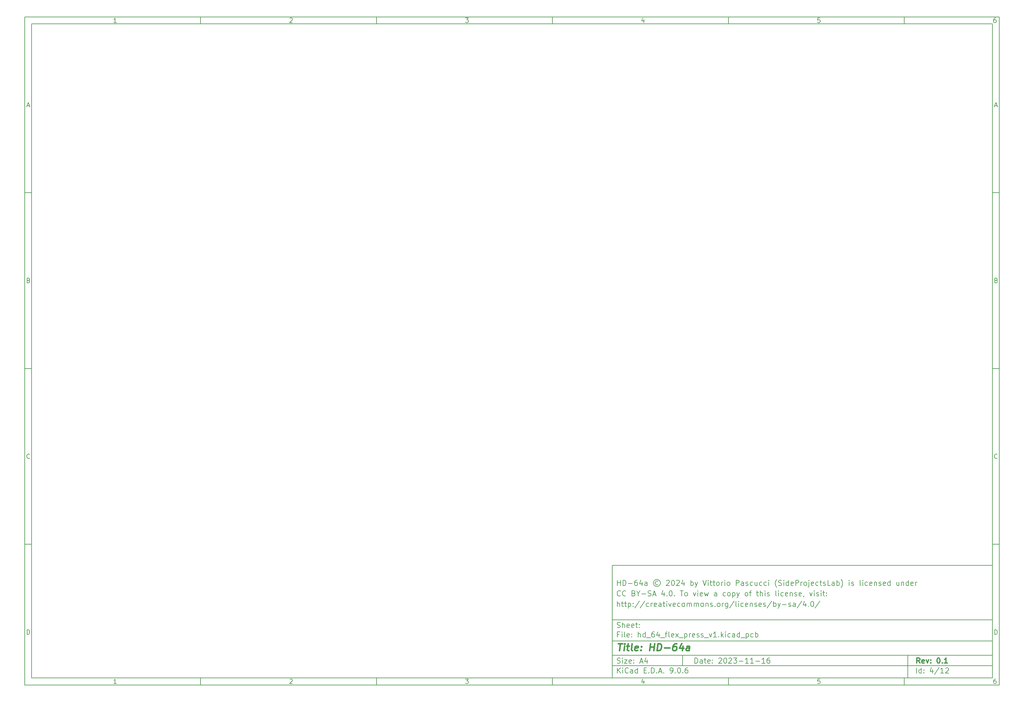
<source format=gbr>
%TF.GenerationSoftware,KiCad,Pcbnew,9.0.6*%
%TF.CreationDate,2025-11-27T00:01:33+01:00*%
%TF.ProjectId,hd_64_flex_press_v1,68645f36-345f-4666-9c65-785f70726573,0.1*%
%TF.SameCoordinates,PXd7966e0PY3c8eee0*%
%TF.FileFunction,Paste,Bot*%
%TF.FilePolarity,Positive*%
%FSLAX46Y46*%
G04 Gerber Fmt 4.6, Leading zero omitted, Abs format (unit mm)*
G04 Created by KiCad (PCBNEW 9.0.6) date 2025-11-27 00:01:33*
%MOMM*%
%LPD*%
G01*
G04 APERTURE LIST*
%ADD10C,0.100000*%
%ADD11C,0.150000*%
%ADD12C,0.300000*%
%ADD13C,0.400000*%
G04 APERTURE END LIST*
D10*
D11*
X-49057800Y-102507200D02*
X58942200Y-102507200D01*
X58942200Y-134507200D01*
X-49057800Y-134507200D01*
X-49057800Y-102507200D01*
D10*
D11*
X-216060000Y53500000D02*
X60942200Y53500000D01*
X60942200Y-136507200D01*
X-216060000Y-136507200D01*
X-216060000Y53500000D01*
D10*
D11*
X-214060000Y51500000D02*
X58942200Y51500000D01*
X58942200Y-134507200D01*
X-214060000Y-134507200D01*
X-214060000Y51500000D01*
D10*
D11*
X-166060000Y51500000D02*
X-166060000Y53500000D01*
D10*
D11*
X-116060000Y51500000D02*
X-116060000Y53500000D01*
D10*
D11*
X-66060000Y51500000D02*
X-66060000Y53500000D01*
D10*
D11*
X-16060000Y51500000D02*
X-16060000Y53500000D01*
D10*
D11*
X33940000Y51500000D02*
X33940000Y53500000D01*
D10*
D11*
X-189970840Y51906396D02*
X-190713697Y51906396D01*
X-190342269Y51906396D02*
X-190342269Y53206396D01*
X-190342269Y53206396D02*
X-190466078Y53020681D01*
X-190466078Y53020681D02*
X-190589888Y52896872D01*
X-190589888Y52896872D02*
X-190713697Y52834967D01*
D10*
D11*
X-140713697Y53082586D02*
X-140651793Y53144491D01*
X-140651793Y53144491D02*
X-140527983Y53206396D01*
X-140527983Y53206396D02*
X-140218459Y53206396D01*
X-140218459Y53206396D02*
X-140094650Y53144491D01*
X-140094650Y53144491D02*
X-140032745Y53082586D01*
X-140032745Y53082586D02*
X-139970840Y52958777D01*
X-139970840Y52958777D02*
X-139970840Y52834967D01*
X-139970840Y52834967D02*
X-140032745Y52649253D01*
X-140032745Y52649253D02*
X-140775602Y51906396D01*
X-140775602Y51906396D02*
X-139970840Y51906396D01*
D10*
D11*
X-90775602Y53206396D02*
X-89970840Y53206396D01*
X-89970840Y53206396D02*
X-90404174Y52711158D01*
X-90404174Y52711158D02*
X-90218459Y52711158D01*
X-90218459Y52711158D02*
X-90094650Y52649253D01*
X-90094650Y52649253D02*
X-90032745Y52587348D01*
X-90032745Y52587348D02*
X-89970840Y52463539D01*
X-89970840Y52463539D02*
X-89970840Y52154015D01*
X-89970840Y52154015D02*
X-90032745Y52030205D01*
X-90032745Y52030205D02*
X-90094650Y51968300D01*
X-90094650Y51968300D02*
X-90218459Y51906396D01*
X-90218459Y51906396D02*
X-90589888Y51906396D01*
X-90589888Y51906396D02*
X-90713697Y51968300D01*
X-90713697Y51968300D02*
X-90775602Y52030205D01*
D10*
D11*
X-40094650Y52773062D02*
X-40094650Y51906396D01*
X-40404174Y53268300D02*
X-40713697Y52339729D01*
X-40713697Y52339729D02*
X-39908936Y52339729D01*
D10*
D11*
X9967255Y53206396D02*
X9348207Y53206396D01*
X9348207Y53206396D02*
X9286303Y52587348D01*
X9286303Y52587348D02*
X9348207Y52649253D01*
X9348207Y52649253D02*
X9472017Y52711158D01*
X9472017Y52711158D02*
X9781541Y52711158D01*
X9781541Y52711158D02*
X9905350Y52649253D01*
X9905350Y52649253D02*
X9967255Y52587348D01*
X9967255Y52587348D02*
X10029160Y52463539D01*
X10029160Y52463539D02*
X10029160Y52154015D01*
X10029160Y52154015D02*
X9967255Y52030205D01*
X9967255Y52030205D02*
X9905350Y51968300D01*
X9905350Y51968300D02*
X9781541Y51906396D01*
X9781541Y51906396D02*
X9472017Y51906396D01*
X9472017Y51906396D02*
X9348207Y51968300D01*
X9348207Y51968300D02*
X9286303Y52030205D01*
D10*
D11*
X59905350Y53206396D02*
X59657731Y53206396D01*
X59657731Y53206396D02*
X59533922Y53144491D01*
X59533922Y53144491D02*
X59472017Y53082586D01*
X59472017Y53082586D02*
X59348207Y52896872D01*
X59348207Y52896872D02*
X59286303Y52649253D01*
X59286303Y52649253D02*
X59286303Y52154015D01*
X59286303Y52154015D02*
X59348207Y52030205D01*
X59348207Y52030205D02*
X59410112Y51968300D01*
X59410112Y51968300D02*
X59533922Y51906396D01*
X59533922Y51906396D02*
X59781541Y51906396D01*
X59781541Y51906396D02*
X59905350Y51968300D01*
X59905350Y51968300D02*
X59967255Y52030205D01*
X59967255Y52030205D02*
X60029160Y52154015D01*
X60029160Y52154015D02*
X60029160Y52463539D01*
X60029160Y52463539D02*
X59967255Y52587348D01*
X59967255Y52587348D02*
X59905350Y52649253D01*
X59905350Y52649253D02*
X59781541Y52711158D01*
X59781541Y52711158D02*
X59533922Y52711158D01*
X59533922Y52711158D02*
X59410112Y52649253D01*
X59410112Y52649253D02*
X59348207Y52587348D01*
X59348207Y52587348D02*
X59286303Y52463539D01*
D10*
D11*
X-166060000Y-134507200D02*
X-166060000Y-136507200D01*
D10*
D11*
X-116060000Y-134507200D02*
X-116060000Y-136507200D01*
D10*
D11*
X-66060000Y-134507200D02*
X-66060000Y-136507200D01*
D10*
D11*
X-16060000Y-134507200D02*
X-16060000Y-136507200D01*
D10*
D11*
X33940000Y-134507200D02*
X33940000Y-136507200D01*
D10*
D11*
X-189970840Y-136100804D02*
X-190713697Y-136100804D01*
X-190342269Y-136100804D02*
X-190342269Y-134800804D01*
X-190342269Y-134800804D02*
X-190466078Y-134986519D01*
X-190466078Y-134986519D02*
X-190589888Y-135110328D01*
X-190589888Y-135110328D02*
X-190713697Y-135172233D01*
D10*
D11*
X-140713697Y-134924614D02*
X-140651793Y-134862709D01*
X-140651793Y-134862709D02*
X-140527983Y-134800804D01*
X-140527983Y-134800804D02*
X-140218459Y-134800804D01*
X-140218459Y-134800804D02*
X-140094650Y-134862709D01*
X-140094650Y-134862709D02*
X-140032745Y-134924614D01*
X-140032745Y-134924614D02*
X-139970840Y-135048423D01*
X-139970840Y-135048423D02*
X-139970840Y-135172233D01*
X-139970840Y-135172233D02*
X-140032745Y-135357947D01*
X-140032745Y-135357947D02*
X-140775602Y-136100804D01*
X-140775602Y-136100804D02*
X-139970840Y-136100804D01*
D10*
D11*
X-90775602Y-134800804D02*
X-89970840Y-134800804D01*
X-89970840Y-134800804D02*
X-90404174Y-135296042D01*
X-90404174Y-135296042D02*
X-90218459Y-135296042D01*
X-90218459Y-135296042D02*
X-90094650Y-135357947D01*
X-90094650Y-135357947D02*
X-90032745Y-135419852D01*
X-90032745Y-135419852D02*
X-89970840Y-135543661D01*
X-89970840Y-135543661D02*
X-89970840Y-135853185D01*
X-89970840Y-135853185D02*
X-90032745Y-135976995D01*
X-90032745Y-135976995D02*
X-90094650Y-136038900D01*
X-90094650Y-136038900D02*
X-90218459Y-136100804D01*
X-90218459Y-136100804D02*
X-90589888Y-136100804D01*
X-90589888Y-136100804D02*
X-90713697Y-136038900D01*
X-90713697Y-136038900D02*
X-90775602Y-135976995D01*
D10*
D11*
X-40094650Y-135234138D02*
X-40094650Y-136100804D01*
X-40404174Y-134738900D02*
X-40713697Y-135667471D01*
X-40713697Y-135667471D02*
X-39908936Y-135667471D01*
D10*
D11*
X9967255Y-134800804D02*
X9348207Y-134800804D01*
X9348207Y-134800804D02*
X9286303Y-135419852D01*
X9286303Y-135419852D02*
X9348207Y-135357947D01*
X9348207Y-135357947D02*
X9472017Y-135296042D01*
X9472017Y-135296042D02*
X9781541Y-135296042D01*
X9781541Y-135296042D02*
X9905350Y-135357947D01*
X9905350Y-135357947D02*
X9967255Y-135419852D01*
X9967255Y-135419852D02*
X10029160Y-135543661D01*
X10029160Y-135543661D02*
X10029160Y-135853185D01*
X10029160Y-135853185D02*
X9967255Y-135976995D01*
X9967255Y-135976995D02*
X9905350Y-136038900D01*
X9905350Y-136038900D02*
X9781541Y-136100804D01*
X9781541Y-136100804D02*
X9472017Y-136100804D01*
X9472017Y-136100804D02*
X9348207Y-136038900D01*
X9348207Y-136038900D02*
X9286303Y-135976995D01*
D10*
D11*
X59905350Y-134800804D02*
X59657731Y-134800804D01*
X59657731Y-134800804D02*
X59533922Y-134862709D01*
X59533922Y-134862709D02*
X59472017Y-134924614D01*
X59472017Y-134924614D02*
X59348207Y-135110328D01*
X59348207Y-135110328D02*
X59286303Y-135357947D01*
X59286303Y-135357947D02*
X59286303Y-135853185D01*
X59286303Y-135853185D02*
X59348207Y-135976995D01*
X59348207Y-135976995D02*
X59410112Y-136038900D01*
X59410112Y-136038900D02*
X59533922Y-136100804D01*
X59533922Y-136100804D02*
X59781541Y-136100804D01*
X59781541Y-136100804D02*
X59905350Y-136038900D01*
X59905350Y-136038900D02*
X59967255Y-135976995D01*
X59967255Y-135976995D02*
X60029160Y-135853185D01*
X60029160Y-135853185D02*
X60029160Y-135543661D01*
X60029160Y-135543661D02*
X59967255Y-135419852D01*
X59967255Y-135419852D02*
X59905350Y-135357947D01*
X59905350Y-135357947D02*
X59781541Y-135296042D01*
X59781541Y-135296042D02*
X59533922Y-135296042D01*
X59533922Y-135296042D02*
X59410112Y-135357947D01*
X59410112Y-135357947D02*
X59348207Y-135419852D01*
X59348207Y-135419852D02*
X59286303Y-135543661D01*
D10*
D11*
X-216060000Y3500000D02*
X-214060000Y3500000D01*
D10*
D11*
X-216060000Y-46500000D02*
X-214060000Y-46500000D01*
D10*
D11*
X-216060000Y-96500000D02*
X-214060000Y-96500000D01*
D10*
D11*
X-215369524Y28277824D02*
X-214750477Y28277824D01*
X-215493334Y27906396D02*
X-215060001Y29206396D01*
X-215060001Y29206396D02*
X-214626667Y27906396D01*
D10*
D11*
X-214967143Y-21412652D02*
X-214781429Y-21474557D01*
X-214781429Y-21474557D02*
X-214719524Y-21536461D01*
X-214719524Y-21536461D02*
X-214657620Y-21660271D01*
X-214657620Y-21660271D02*
X-214657620Y-21845985D01*
X-214657620Y-21845985D02*
X-214719524Y-21969795D01*
X-214719524Y-21969795D02*
X-214781429Y-22031700D01*
X-214781429Y-22031700D02*
X-214905239Y-22093604D01*
X-214905239Y-22093604D02*
X-215400477Y-22093604D01*
X-215400477Y-22093604D02*
X-215400477Y-20793604D01*
X-215400477Y-20793604D02*
X-214967143Y-20793604D01*
X-214967143Y-20793604D02*
X-214843334Y-20855509D01*
X-214843334Y-20855509D02*
X-214781429Y-20917414D01*
X-214781429Y-20917414D02*
X-214719524Y-21041223D01*
X-214719524Y-21041223D02*
X-214719524Y-21165033D01*
X-214719524Y-21165033D02*
X-214781429Y-21288842D01*
X-214781429Y-21288842D02*
X-214843334Y-21350747D01*
X-214843334Y-21350747D02*
X-214967143Y-21412652D01*
X-214967143Y-21412652D02*
X-215400477Y-21412652D01*
D10*
D11*
X-214657620Y-71969795D02*
X-214719524Y-72031700D01*
X-214719524Y-72031700D02*
X-214905239Y-72093604D01*
X-214905239Y-72093604D02*
X-215029048Y-72093604D01*
X-215029048Y-72093604D02*
X-215214762Y-72031700D01*
X-215214762Y-72031700D02*
X-215338572Y-71907890D01*
X-215338572Y-71907890D02*
X-215400477Y-71784080D01*
X-215400477Y-71784080D02*
X-215462381Y-71536461D01*
X-215462381Y-71536461D02*
X-215462381Y-71350747D01*
X-215462381Y-71350747D02*
X-215400477Y-71103128D01*
X-215400477Y-71103128D02*
X-215338572Y-70979319D01*
X-215338572Y-70979319D02*
X-215214762Y-70855509D01*
X-215214762Y-70855509D02*
X-215029048Y-70793604D01*
X-215029048Y-70793604D02*
X-214905239Y-70793604D01*
X-214905239Y-70793604D02*
X-214719524Y-70855509D01*
X-214719524Y-70855509D02*
X-214657620Y-70917414D01*
D10*
D11*
X-215400477Y-122093604D02*
X-215400477Y-120793604D01*
X-215400477Y-120793604D02*
X-215090953Y-120793604D01*
X-215090953Y-120793604D02*
X-214905239Y-120855509D01*
X-214905239Y-120855509D02*
X-214781429Y-120979319D01*
X-214781429Y-120979319D02*
X-214719524Y-121103128D01*
X-214719524Y-121103128D02*
X-214657620Y-121350747D01*
X-214657620Y-121350747D02*
X-214657620Y-121536461D01*
X-214657620Y-121536461D02*
X-214719524Y-121784080D01*
X-214719524Y-121784080D02*
X-214781429Y-121907890D01*
X-214781429Y-121907890D02*
X-214905239Y-122031700D01*
X-214905239Y-122031700D02*
X-215090953Y-122093604D01*
X-215090953Y-122093604D02*
X-215400477Y-122093604D01*
D10*
D11*
X60942200Y3500000D02*
X58942200Y3500000D01*
D10*
D11*
X60942200Y-46500000D02*
X58942200Y-46500000D01*
D10*
D11*
X60942200Y-96500000D02*
X58942200Y-96500000D01*
D10*
D11*
X59632676Y28277824D02*
X60251723Y28277824D01*
X59508866Y27906396D02*
X59942199Y29206396D01*
X59942199Y29206396D02*
X60375533Y27906396D01*
D10*
D11*
X60035057Y-21412652D02*
X60220771Y-21474557D01*
X60220771Y-21474557D02*
X60282676Y-21536461D01*
X60282676Y-21536461D02*
X60344580Y-21660271D01*
X60344580Y-21660271D02*
X60344580Y-21845985D01*
X60344580Y-21845985D02*
X60282676Y-21969795D01*
X60282676Y-21969795D02*
X60220771Y-22031700D01*
X60220771Y-22031700D02*
X60096961Y-22093604D01*
X60096961Y-22093604D02*
X59601723Y-22093604D01*
X59601723Y-22093604D02*
X59601723Y-20793604D01*
X59601723Y-20793604D02*
X60035057Y-20793604D01*
X60035057Y-20793604D02*
X60158866Y-20855509D01*
X60158866Y-20855509D02*
X60220771Y-20917414D01*
X60220771Y-20917414D02*
X60282676Y-21041223D01*
X60282676Y-21041223D02*
X60282676Y-21165033D01*
X60282676Y-21165033D02*
X60220771Y-21288842D01*
X60220771Y-21288842D02*
X60158866Y-21350747D01*
X60158866Y-21350747D02*
X60035057Y-21412652D01*
X60035057Y-21412652D02*
X59601723Y-21412652D01*
D10*
D11*
X60344580Y-71969795D02*
X60282676Y-72031700D01*
X60282676Y-72031700D02*
X60096961Y-72093604D01*
X60096961Y-72093604D02*
X59973152Y-72093604D01*
X59973152Y-72093604D02*
X59787438Y-72031700D01*
X59787438Y-72031700D02*
X59663628Y-71907890D01*
X59663628Y-71907890D02*
X59601723Y-71784080D01*
X59601723Y-71784080D02*
X59539819Y-71536461D01*
X59539819Y-71536461D02*
X59539819Y-71350747D01*
X59539819Y-71350747D02*
X59601723Y-71103128D01*
X59601723Y-71103128D02*
X59663628Y-70979319D01*
X59663628Y-70979319D02*
X59787438Y-70855509D01*
X59787438Y-70855509D02*
X59973152Y-70793604D01*
X59973152Y-70793604D02*
X60096961Y-70793604D01*
X60096961Y-70793604D02*
X60282676Y-70855509D01*
X60282676Y-70855509D02*
X60344580Y-70917414D01*
D10*
D11*
X59601723Y-122093604D02*
X59601723Y-120793604D01*
X59601723Y-120793604D02*
X59911247Y-120793604D01*
X59911247Y-120793604D02*
X60096961Y-120855509D01*
X60096961Y-120855509D02*
X60220771Y-120979319D01*
X60220771Y-120979319D02*
X60282676Y-121103128D01*
X60282676Y-121103128D02*
X60344580Y-121350747D01*
X60344580Y-121350747D02*
X60344580Y-121536461D01*
X60344580Y-121536461D02*
X60282676Y-121784080D01*
X60282676Y-121784080D02*
X60220771Y-121907890D01*
X60220771Y-121907890D02*
X60096961Y-122031700D01*
X60096961Y-122031700D02*
X59911247Y-122093604D01*
X59911247Y-122093604D02*
X59601723Y-122093604D01*
D10*
D11*
X-25601974Y-130293328D02*
X-25601974Y-128793328D01*
X-25601974Y-128793328D02*
X-25244831Y-128793328D01*
X-25244831Y-128793328D02*
X-25030545Y-128864757D01*
X-25030545Y-128864757D02*
X-24887688Y-129007614D01*
X-24887688Y-129007614D02*
X-24816259Y-129150471D01*
X-24816259Y-129150471D02*
X-24744831Y-129436185D01*
X-24744831Y-129436185D02*
X-24744831Y-129650471D01*
X-24744831Y-129650471D02*
X-24816259Y-129936185D01*
X-24816259Y-129936185D02*
X-24887688Y-130079042D01*
X-24887688Y-130079042D02*
X-25030545Y-130221900D01*
X-25030545Y-130221900D02*
X-25244831Y-130293328D01*
X-25244831Y-130293328D02*
X-25601974Y-130293328D01*
X-23459116Y-130293328D02*
X-23459116Y-129507614D01*
X-23459116Y-129507614D02*
X-23530545Y-129364757D01*
X-23530545Y-129364757D02*
X-23673402Y-129293328D01*
X-23673402Y-129293328D02*
X-23959116Y-129293328D01*
X-23959116Y-129293328D02*
X-24101974Y-129364757D01*
X-23459116Y-130221900D02*
X-23601974Y-130293328D01*
X-23601974Y-130293328D02*
X-23959116Y-130293328D01*
X-23959116Y-130293328D02*
X-24101974Y-130221900D01*
X-24101974Y-130221900D02*
X-24173402Y-130079042D01*
X-24173402Y-130079042D02*
X-24173402Y-129936185D01*
X-24173402Y-129936185D02*
X-24101974Y-129793328D01*
X-24101974Y-129793328D02*
X-23959116Y-129721900D01*
X-23959116Y-129721900D02*
X-23601974Y-129721900D01*
X-23601974Y-129721900D02*
X-23459116Y-129650471D01*
X-22959116Y-129293328D02*
X-22387688Y-129293328D01*
X-22744831Y-128793328D02*
X-22744831Y-130079042D01*
X-22744831Y-130079042D02*
X-22673402Y-130221900D01*
X-22673402Y-130221900D02*
X-22530545Y-130293328D01*
X-22530545Y-130293328D02*
X-22387688Y-130293328D01*
X-21316259Y-130221900D02*
X-21459116Y-130293328D01*
X-21459116Y-130293328D02*
X-21744830Y-130293328D01*
X-21744830Y-130293328D02*
X-21887688Y-130221900D01*
X-21887688Y-130221900D02*
X-21959116Y-130079042D01*
X-21959116Y-130079042D02*
X-21959116Y-129507614D01*
X-21959116Y-129507614D02*
X-21887688Y-129364757D01*
X-21887688Y-129364757D02*
X-21744830Y-129293328D01*
X-21744830Y-129293328D02*
X-21459116Y-129293328D01*
X-21459116Y-129293328D02*
X-21316259Y-129364757D01*
X-21316259Y-129364757D02*
X-21244830Y-129507614D01*
X-21244830Y-129507614D02*
X-21244830Y-129650471D01*
X-21244830Y-129650471D02*
X-21959116Y-129793328D01*
X-20601974Y-130150471D02*
X-20530545Y-130221900D01*
X-20530545Y-130221900D02*
X-20601974Y-130293328D01*
X-20601974Y-130293328D02*
X-20673402Y-130221900D01*
X-20673402Y-130221900D02*
X-20601974Y-130150471D01*
X-20601974Y-130150471D02*
X-20601974Y-130293328D01*
X-20601974Y-129364757D02*
X-20530545Y-129436185D01*
X-20530545Y-129436185D02*
X-20601974Y-129507614D01*
X-20601974Y-129507614D02*
X-20673402Y-129436185D01*
X-20673402Y-129436185D02*
X-20601974Y-129364757D01*
X-20601974Y-129364757D02*
X-20601974Y-129507614D01*
X-18816259Y-128936185D02*
X-18744831Y-128864757D01*
X-18744831Y-128864757D02*
X-18601973Y-128793328D01*
X-18601973Y-128793328D02*
X-18244831Y-128793328D01*
X-18244831Y-128793328D02*
X-18101973Y-128864757D01*
X-18101973Y-128864757D02*
X-18030545Y-128936185D01*
X-18030545Y-128936185D02*
X-17959116Y-129079042D01*
X-17959116Y-129079042D02*
X-17959116Y-129221900D01*
X-17959116Y-129221900D02*
X-18030545Y-129436185D01*
X-18030545Y-129436185D02*
X-18887688Y-130293328D01*
X-18887688Y-130293328D02*
X-17959116Y-130293328D01*
X-17030545Y-128793328D02*
X-16887688Y-128793328D01*
X-16887688Y-128793328D02*
X-16744831Y-128864757D01*
X-16744831Y-128864757D02*
X-16673402Y-128936185D01*
X-16673402Y-128936185D02*
X-16601974Y-129079042D01*
X-16601974Y-129079042D02*
X-16530545Y-129364757D01*
X-16530545Y-129364757D02*
X-16530545Y-129721900D01*
X-16530545Y-129721900D02*
X-16601974Y-130007614D01*
X-16601974Y-130007614D02*
X-16673402Y-130150471D01*
X-16673402Y-130150471D02*
X-16744831Y-130221900D01*
X-16744831Y-130221900D02*
X-16887688Y-130293328D01*
X-16887688Y-130293328D02*
X-17030545Y-130293328D01*
X-17030545Y-130293328D02*
X-17173402Y-130221900D01*
X-17173402Y-130221900D02*
X-17244831Y-130150471D01*
X-17244831Y-130150471D02*
X-17316260Y-130007614D01*
X-17316260Y-130007614D02*
X-17387688Y-129721900D01*
X-17387688Y-129721900D02*
X-17387688Y-129364757D01*
X-17387688Y-129364757D02*
X-17316260Y-129079042D01*
X-17316260Y-129079042D02*
X-17244831Y-128936185D01*
X-17244831Y-128936185D02*
X-17173402Y-128864757D01*
X-17173402Y-128864757D02*
X-17030545Y-128793328D01*
X-15959117Y-128936185D02*
X-15887689Y-128864757D01*
X-15887689Y-128864757D02*
X-15744831Y-128793328D01*
X-15744831Y-128793328D02*
X-15387689Y-128793328D01*
X-15387689Y-128793328D02*
X-15244831Y-128864757D01*
X-15244831Y-128864757D02*
X-15173403Y-128936185D01*
X-15173403Y-128936185D02*
X-15101974Y-129079042D01*
X-15101974Y-129079042D02*
X-15101974Y-129221900D01*
X-15101974Y-129221900D02*
X-15173403Y-129436185D01*
X-15173403Y-129436185D02*
X-16030546Y-130293328D01*
X-16030546Y-130293328D02*
X-15101974Y-130293328D01*
X-14601975Y-128793328D02*
X-13673403Y-128793328D01*
X-13673403Y-128793328D02*
X-14173403Y-129364757D01*
X-14173403Y-129364757D02*
X-13959118Y-129364757D01*
X-13959118Y-129364757D02*
X-13816260Y-129436185D01*
X-13816260Y-129436185D02*
X-13744832Y-129507614D01*
X-13744832Y-129507614D02*
X-13673403Y-129650471D01*
X-13673403Y-129650471D02*
X-13673403Y-130007614D01*
X-13673403Y-130007614D02*
X-13744832Y-130150471D01*
X-13744832Y-130150471D02*
X-13816260Y-130221900D01*
X-13816260Y-130221900D02*
X-13959118Y-130293328D01*
X-13959118Y-130293328D02*
X-14387689Y-130293328D01*
X-14387689Y-130293328D02*
X-14530546Y-130221900D01*
X-14530546Y-130221900D02*
X-14601975Y-130150471D01*
X-13030547Y-129721900D02*
X-11887689Y-129721900D01*
X-10387689Y-130293328D02*
X-11244832Y-130293328D01*
X-10816261Y-130293328D02*
X-10816261Y-128793328D01*
X-10816261Y-128793328D02*
X-10959118Y-129007614D01*
X-10959118Y-129007614D02*
X-11101975Y-129150471D01*
X-11101975Y-129150471D02*
X-11244832Y-129221900D01*
X-8959118Y-130293328D02*
X-9816261Y-130293328D01*
X-9387690Y-130293328D02*
X-9387690Y-128793328D01*
X-9387690Y-128793328D02*
X-9530547Y-129007614D01*
X-9530547Y-129007614D02*
X-9673404Y-129150471D01*
X-9673404Y-129150471D02*
X-9816261Y-129221900D01*
X-8316262Y-129721900D02*
X-7173404Y-129721900D01*
X-5673404Y-130293328D02*
X-6530547Y-130293328D01*
X-6101976Y-130293328D02*
X-6101976Y-128793328D01*
X-6101976Y-128793328D02*
X-6244833Y-129007614D01*
X-6244833Y-129007614D02*
X-6387690Y-129150471D01*
X-6387690Y-129150471D02*
X-6530547Y-129221900D01*
X-4387690Y-128793328D02*
X-4673405Y-128793328D01*
X-4673405Y-128793328D02*
X-4816262Y-128864757D01*
X-4816262Y-128864757D02*
X-4887690Y-128936185D01*
X-4887690Y-128936185D02*
X-5030548Y-129150471D01*
X-5030548Y-129150471D02*
X-5101976Y-129436185D01*
X-5101976Y-129436185D02*
X-5101976Y-130007614D01*
X-5101976Y-130007614D02*
X-5030548Y-130150471D01*
X-5030548Y-130150471D02*
X-4959119Y-130221900D01*
X-4959119Y-130221900D02*
X-4816262Y-130293328D01*
X-4816262Y-130293328D02*
X-4530548Y-130293328D01*
X-4530548Y-130293328D02*
X-4387690Y-130221900D01*
X-4387690Y-130221900D02*
X-4316262Y-130150471D01*
X-4316262Y-130150471D02*
X-4244833Y-130007614D01*
X-4244833Y-130007614D02*
X-4244833Y-129650471D01*
X-4244833Y-129650471D02*
X-4316262Y-129507614D01*
X-4316262Y-129507614D02*
X-4387690Y-129436185D01*
X-4387690Y-129436185D02*
X-4530548Y-129364757D01*
X-4530548Y-129364757D02*
X-4816262Y-129364757D01*
X-4816262Y-129364757D02*
X-4959119Y-129436185D01*
X-4959119Y-129436185D02*
X-5030548Y-129507614D01*
X-5030548Y-129507614D02*
X-5101976Y-129650471D01*
D10*
D11*
X-49057800Y-131007200D02*
X58942200Y-131007200D01*
D10*
D11*
X-47601974Y-133093328D02*
X-47601974Y-131593328D01*
X-46744831Y-133093328D02*
X-47387688Y-132236185D01*
X-46744831Y-131593328D02*
X-47601974Y-132450471D01*
X-46101974Y-133093328D02*
X-46101974Y-132093328D01*
X-46101974Y-131593328D02*
X-46173402Y-131664757D01*
X-46173402Y-131664757D02*
X-46101974Y-131736185D01*
X-46101974Y-131736185D02*
X-46030545Y-131664757D01*
X-46030545Y-131664757D02*
X-46101974Y-131593328D01*
X-46101974Y-131593328D02*
X-46101974Y-131736185D01*
X-44530545Y-132950471D02*
X-44601973Y-133021900D01*
X-44601973Y-133021900D02*
X-44816259Y-133093328D01*
X-44816259Y-133093328D02*
X-44959116Y-133093328D01*
X-44959116Y-133093328D02*
X-45173402Y-133021900D01*
X-45173402Y-133021900D02*
X-45316259Y-132879042D01*
X-45316259Y-132879042D02*
X-45387688Y-132736185D01*
X-45387688Y-132736185D02*
X-45459116Y-132450471D01*
X-45459116Y-132450471D02*
X-45459116Y-132236185D01*
X-45459116Y-132236185D02*
X-45387688Y-131950471D01*
X-45387688Y-131950471D02*
X-45316259Y-131807614D01*
X-45316259Y-131807614D02*
X-45173402Y-131664757D01*
X-45173402Y-131664757D02*
X-44959116Y-131593328D01*
X-44959116Y-131593328D02*
X-44816259Y-131593328D01*
X-44816259Y-131593328D02*
X-44601973Y-131664757D01*
X-44601973Y-131664757D02*
X-44530545Y-131736185D01*
X-43244830Y-133093328D02*
X-43244830Y-132307614D01*
X-43244830Y-132307614D02*
X-43316259Y-132164757D01*
X-43316259Y-132164757D02*
X-43459116Y-132093328D01*
X-43459116Y-132093328D02*
X-43744830Y-132093328D01*
X-43744830Y-132093328D02*
X-43887688Y-132164757D01*
X-43244830Y-133021900D02*
X-43387688Y-133093328D01*
X-43387688Y-133093328D02*
X-43744830Y-133093328D01*
X-43744830Y-133093328D02*
X-43887688Y-133021900D01*
X-43887688Y-133021900D02*
X-43959116Y-132879042D01*
X-43959116Y-132879042D02*
X-43959116Y-132736185D01*
X-43959116Y-132736185D02*
X-43887688Y-132593328D01*
X-43887688Y-132593328D02*
X-43744830Y-132521900D01*
X-43744830Y-132521900D02*
X-43387688Y-132521900D01*
X-43387688Y-132521900D02*
X-43244830Y-132450471D01*
X-41887687Y-133093328D02*
X-41887687Y-131593328D01*
X-41887687Y-133021900D02*
X-42030545Y-133093328D01*
X-42030545Y-133093328D02*
X-42316259Y-133093328D01*
X-42316259Y-133093328D02*
X-42459116Y-133021900D01*
X-42459116Y-133021900D02*
X-42530545Y-132950471D01*
X-42530545Y-132950471D02*
X-42601973Y-132807614D01*
X-42601973Y-132807614D02*
X-42601973Y-132379042D01*
X-42601973Y-132379042D02*
X-42530545Y-132236185D01*
X-42530545Y-132236185D02*
X-42459116Y-132164757D01*
X-42459116Y-132164757D02*
X-42316259Y-132093328D01*
X-42316259Y-132093328D02*
X-42030545Y-132093328D01*
X-42030545Y-132093328D02*
X-41887687Y-132164757D01*
X-40030545Y-132307614D02*
X-39530545Y-132307614D01*
X-39316259Y-133093328D02*
X-40030545Y-133093328D01*
X-40030545Y-133093328D02*
X-40030545Y-131593328D01*
X-40030545Y-131593328D02*
X-39316259Y-131593328D01*
X-38673402Y-132950471D02*
X-38601973Y-133021900D01*
X-38601973Y-133021900D02*
X-38673402Y-133093328D01*
X-38673402Y-133093328D02*
X-38744830Y-133021900D01*
X-38744830Y-133021900D02*
X-38673402Y-132950471D01*
X-38673402Y-132950471D02*
X-38673402Y-133093328D01*
X-37959116Y-133093328D02*
X-37959116Y-131593328D01*
X-37959116Y-131593328D02*
X-37601973Y-131593328D01*
X-37601973Y-131593328D02*
X-37387687Y-131664757D01*
X-37387687Y-131664757D02*
X-37244830Y-131807614D01*
X-37244830Y-131807614D02*
X-37173401Y-131950471D01*
X-37173401Y-131950471D02*
X-37101973Y-132236185D01*
X-37101973Y-132236185D02*
X-37101973Y-132450471D01*
X-37101973Y-132450471D02*
X-37173401Y-132736185D01*
X-37173401Y-132736185D02*
X-37244830Y-132879042D01*
X-37244830Y-132879042D02*
X-37387687Y-133021900D01*
X-37387687Y-133021900D02*
X-37601973Y-133093328D01*
X-37601973Y-133093328D02*
X-37959116Y-133093328D01*
X-36459116Y-132950471D02*
X-36387687Y-133021900D01*
X-36387687Y-133021900D02*
X-36459116Y-133093328D01*
X-36459116Y-133093328D02*
X-36530544Y-133021900D01*
X-36530544Y-133021900D02*
X-36459116Y-132950471D01*
X-36459116Y-132950471D02*
X-36459116Y-133093328D01*
X-35816258Y-132664757D02*
X-35101972Y-132664757D01*
X-35959115Y-133093328D02*
X-35459115Y-131593328D01*
X-35459115Y-131593328D02*
X-34959115Y-133093328D01*
X-34459116Y-132950471D02*
X-34387687Y-133021900D01*
X-34387687Y-133021900D02*
X-34459116Y-133093328D01*
X-34459116Y-133093328D02*
X-34530544Y-133021900D01*
X-34530544Y-133021900D02*
X-34459116Y-132950471D01*
X-34459116Y-132950471D02*
X-34459116Y-133093328D01*
X-32530544Y-133093328D02*
X-32244830Y-133093328D01*
X-32244830Y-133093328D02*
X-32101973Y-133021900D01*
X-32101973Y-133021900D02*
X-32030544Y-132950471D01*
X-32030544Y-132950471D02*
X-31887687Y-132736185D01*
X-31887687Y-132736185D02*
X-31816258Y-132450471D01*
X-31816258Y-132450471D02*
X-31816258Y-131879042D01*
X-31816258Y-131879042D02*
X-31887687Y-131736185D01*
X-31887687Y-131736185D02*
X-31959115Y-131664757D01*
X-31959115Y-131664757D02*
X-32101973Y-131593328D01*
X-32101973Y-131593328D02*
X-32387687Y-131593328D01*
X-32387687Y-131593328D02*
X-32530544Y-131664757D01*
X-32530544Y-131664757D02*
X-32601973Y-131736185D01*
X-32601973Y-131736185D02*
X-32673401Y-131879042D01*
X-32673401Y-131879042D02*
X-32673401Y-132236185D01*
X-32673401Y-132236185D02*
X-32601973Y-132379042D01*
X-32601973Y-132379042D02*
X-32530544Y-132450471D01*
X-32530544Y-132450471D02*
X-32387687Y-132521900D01*
X-32387687Y-132521900D02*
X-32101973Y-132521900D01*
X-32101973Y-132521900D02*
X-31959115Y-132450471D01*
X-31959115Y-132450471D02*
X-31887687Y-132379042D01*
X-31887687Y-132379042D02*
X-31816258Y-132236185D01*
X-31173402Y-132950471D02*
X-31101973Y-133021900D01*
X-31101973Y-133021900D02*
X-31173402Y-133093328D01*
X-31173402Y-133093328D02*
X-31244830Y-133021900D01*
X-31244830Y-133021900D02*
X-31173402Y-132950471D01*
X-31173402Y-132950471D02*
X-31173402Y-133093328D01*
X-30173401Y-131593328D02*
X-30030544Y-131593328D01*
X-30030544Y-131593328D02*
X-29887687Y-131664757D01*
X-29887687Y-131664757D02*
X-29816258Y-131736185D01*
X-29816258Y-131736185D02*
X-29744830Y-131879042D01*
X-29744830Y-131879042D02*
X-29673401Y-132164757D01*
X-29673401Y-132164757D02*
X-29673401Y-132521900D01*
X-29673401Y-132521900D02*
X-29744830Y-132807614D01*
X-29744830Y-132807614D02*
X-29816258Y-132950471D01*
X-29816258Y-132950471D02*
X-29887687Y-133021900D01*
X-29887687Y-133021900D02*
X-30030544Y-133093328D01*
X-30030544Y-133093328D02*
X-30173401Y-133093328D01*
X-30173401Y-133093328D02*
X-30316258Y-133021900D01*
X-30316258Y-133021900D02*
X-30387687Y-132950471D01*
X-30387687Y-132950471D02*
X-30459116Y-132807614D01*
X-30459116Y-132807614D02*
X-30530544Y-132521900D01*
X-30530544Y-132521900D02*
X-30530544Y-132164757D01*
X-30530544Y-132164757D02*
X-30459116Y-131879042D01*
X-30459116Y-131879042D02*
X-30387687Y-131736185D01*
X-30387687Y-131736185D02*
X-30316258Y-131664757D01*
X-30316258Y-131664757D02*
X-30173401Y-131593328D01*
X-29030545Y-132950471D02*
X-28959116Y-133021900D01*
X-28959116Y-133021900D02*
X-29030545Y-133093328D01*
X-29030545Y-133093328D02*
X-29101973Y-133021900D01*
X-29101973Y-133021900D02*
X-29030545Y-132950471D01*
X-29030545Y-132950471D02*
X-29030545Y-133093328D01*
X-27673401Y-131593328D02*
X-27959116Y-131593328D01*
X-27959116Y-131593328D02*
X-28101973Y-131664757D01*
X-28101973Y-131664757D02*
X-28173401Y-131736185D01*
X-28173401Y-131736185D02*
X-28316259Y-131950471D01*
X-28316259Y-131950471D02*
X-28387687Y-132236185D01*
X-28387687Y-132236185D02*
X-28387687Y-132807614D01*
X-28387687Y-132807614D02*
X-28316259Y-132950471D01*
X-28316259Y-132950471D02*
X-28244830Y-133021900D01*
X-28244830Y-133021900D02*
X-28101973Y-133093328D01*
X-28101973Y-133093328D02*
X-27816259Y-133093328D01*
X-27816259Y-133093328D02*
X-27673401Y-133021900D01*
X-27673401Y-133021900D02*
X-27601973Y-132950471D01*
X-27601973Y-132950471D02*
X-27530544Y-132807614D01*
X-27530544Y-132807614D02*
X-27530544Y-132450471D01*
X-27530544Y-132450471D02*
X-27601973Y-132307614D01*
X-27601973Y-132307614D02*
X-27673401Y-132236185D01*
X-27673401Y-132236185D02*
X-27816259Y-132164757D01*
X-27816259Y-132164757D02*
X-28101973Y-132164757D01*
X-28101973Y-132164757D02*
X-28244830Y-132236185D01*
X-28244830Y-132236185D02*
X-28316259Y-132307614D01*
X-28316259Y-132307614D02*
X-28387687Y-132450471D01*
D10*
D11*
X-49057800Y-128007200D02*
X58942200Y-128007200D01*
D10*
D12*
X38353853Y-130285528D02*
X37853853Y-129571242D01*
X37496710Y-130285528D02*
X37496710Y-128785528D01*
X37496710Y-128785528D02*
X38068139Y-128785528D01*
X38068139Y-128785528D02*
X38210996Y-128856957D01*
X38210996Y-128856957D02*
X38282425Y-128928385D01*
X38282425Y-128928385D02*
X38353853Y-129071242D01*
X38353853Y-129071242D02*
X38353853Y-129285528D01*
X38353853Y-129285528D02*
X38282425Y-129428385D01*
X38282425Y-129428385D02*
X38210996Y-129499814D01*
X38210996Y-129499814D02*
X38068139Y-129571242D01*
X38068139Y-129571242D02*
X37496710Y-129571242D01*
X39568139Y-130214100D02*
X39425282Y-130285528D01*
X39425282Y-130285528D02*
X39139568Y-130285528D01*
X39139568Y-130285528D02*
X38996710Y-130214100D01*
X38996710Y-130214100D02*
X38925282Y-130071242D01*
X38925282Y-130071242D02*
X38925282Y-129499814D01*
X38925282Y-129499814D02*
X38996710Y-129356957D01*
X38996710Y-129356957D02*
X39139568Y-129285528D01*
X39139568Y-129285528D02*
X39425282Y-129285528D01*
X39425282Y-129285528D02*
X39568139Y-129356957D01*
X39568139Y-129356957D02*
X39639568Y-129499814D01*
X39639568Y-129499814D02*
X39639568Y-129642671D01*
X39639568Y-129642671D02*
X38925282Y-129785528D01*
X40139567Y-129285528D02*
X40496710Y-130285528D01*
X40496710Y-130285528D02*
X40853853Y-129285528D01*
X41425281Y-130142671D02*
X41496710Y-130214100D01*
X41496710Y-130214100D02*
X41425281Y-130285528D01*
X41425281Y-130285528D02*
X41353853Y-130214100D01*
X41353853Y-130214100D02*
X41425281Y-130142671D01*
X41425281Y-130142671D02*
X41425281Y-130285528D01*
X41425281Y-129356957D02*
X41496710Y-129428385D01*
X41496710Y-129428385D02*
X41425281Y-129499814D01*
X41425281Y-129499814D02*
X41353853Y-129428385D01*
X41353853Y-129428385D02*
X41425281Y-129356957D01*
X41425281Y-129356957D02*
X41425281Y-129499814D01*
X43568139Y-128785528D02*
X43710996Y-128785528D01*
X43710996Y-128785528D02*
X43853853Y-128856957D01*
X43853853Y-128856957D02*
X43925282Y-128928385D01*
X43925282Y-128928385D02*
X43996710Y-129071242D01*
X43996710Y-129071242D02*
X44068139Y-129356957D01*
X44068139Y-129356957D02*
X44068139Y-129714100D01*
X44068139Y-129714100D02*
X43996710Y-129999814D01*
X43996710Y-129999814D02*
X43925282Y-130142671D01*
X43925282Y-130142671D02*
X43853853Y-130214100D01*
X43853853Y-130214100D02*
X43710996Y-130285528D01*
X43710996Y-130285528D02*
X43568139Y-130285528D01*
X43568139Y-130285528D02*
X43425282Y-130214100D01*
X43425282Y-130214100D02*
X43353853Y-130142671D01*
X43353853Y-130142671D02*
X43282424Y-129999814D01*
X43282424Y-129999814D02*
X43210996Y-129714100D01*
X43210996Y-129714100D02*
X43210996Y-129356957D01*
X43210996Y-129356957D02*
X43282424Y-129071242D01*
X43282424Y-129071242D02*
X43353853Y-128928385D01*
X43353853Y-128928385D02*
X43425282Y-128856957D01*
X43425282Y-128856957D02*
X43568139Y-128785528D01*
X44710995Y-130142671D02*
X44782424Y-130214100D01*
X44782424Y-130214100D02*
X44710995Y-130285528D01*
X44710995Y-130285528D02*
X44639567Y-130214100D01*
X44639567Y-130214100D02*
X44710995Y-130142671D01*
X44710995Y-130142671D02*
X44710995Y-130285528D01*
X46210996Y-130285528D02*
X45353853Y-130285528D01*
X45782424Y-130285528D02*
X45782424Y-128785528D01*
X45782424Y-128785528D02*
X45639567Y-128999814D01*
X45639567Y-128999814D02*
X45496710Y-129142671D01*
X45496710Y-129142671D02*
X45353853Y-129214100D01*
D10*
D11*
X-47673402Y-130221900D02*
X-47459116Y-130293328D01*
X-47459116Y-130293328D02*
X-47101974Y-130293328D01*
X-47101974Y-130293328D02*
X-46959116Y-130221900D01*
X-46959116Y-130221900D02*
X-46887688Y-130150471D01*
X-46887688Y-130150471D02*
X-46816259Y-130007614D01*
X-46816259Y-130007614D02*
X-46816259Y-129864757D01*
X-46816259Y-129864757D02*
X-46887688Y-129721900D01*
X-46887688Y-129721900D02*
X-46959116Y-129650471D01*
X-46959116Y-129650471D02*
X-47101974Y-129579042D01*
X-47101974Y-129579042D02*
X-47387688Y-129507614D01*
X-47387688Y-129507614D02*
X-47530545Y-129436185D01*
X-47530545Y-129436185D02*
X-47601974Y-129364757D01*
X-47601974Y-129364757D02*
X-47673402Y-129221900D01*
X-47673402Y-129221900D02*
X-47673402Y-129079042D01*
X-47673402Y-129079042D02*
X-47601974Y-128936185D01*
X-47601974Y-128936185D02*
X-47530545Y-128864757D01*
X-47530545Y-128864757D02*
X-47387688Y-128793328D01*
X-47387688Y-128793328D02*
X-47030545Y-128793328D01*
X-47030545Y-128793328D02*
X-46816259Y-128864757D01*
X-46173403Y-130293328D02*
X-46173403Y-129293328D01*
X-46173403Y-128793328D02*
X-46244831Y-128864757D01*
X-46244831Y-128864757D02*
X-46173403Y-128936185D01*
X-46173403Y-128936185D02*
X-46101974Y-128864757D01*
X-46101974Y-128864757D02*
X-46173403Y-128793328D01*
X-46173403Y-128793328D02*
X-46173403Y-128936185D01*
X-45601974Y-129293328D02*
X-44816259Y-129293328D01*
X-44816259Y-129293328D02*
X-45601974Y-130293328D01*
X-45601974Y-130293328D02*
X-44816259Y-130293328D01*
X-43673402Y-130221900D02*
X-43816259Y-130293328D01*
X-43816259Y-130293328D02*
X-44101973Y-130293328D01*
X-44101973Y-130293328D02*
X-44244831Y-130221900D01*
X-44244831Y-130221900D02*
X-44316259Y-130079042D01*
X-44316259Y-130079042D02*
X-44316259Y-129507614D01*
X-44316259Y-129507614D02*
X-44244831Y-129364757D01*
X-44244831Y-129364757D02*
X-44101973Y-129293328D01*
X-44101973Y-129293328D02*
X-43816259Y-129293328D01*
X-43816259Y-129293328D02*
X-43673402Y-129364757D01*
X-43673402Y-129364757D02*
X-43601973Y-129507614D01*
X-43601973Y-129507614D02*
X-43601973Y-129650471D01*
X-43601973Y-129650471D02*
X-44316259Y-129793328D01*
X-42959117Y-130150471D02*
X-42887688Y-130221900D01*
X-42887688Y-130221900D02*
X-42959117Y-130293328D01*
X-42959117Y-130293328D02*
X-43030545Y-130221900D01*
X-43030545Y-130221900D02*
X-42959117Y-130150471D01*
X-42959117Y-130150471D02*
X-42959117Y-130293328D01*
X-42959117Y-129364757D02*
X-42887688Y-129436185D01*
X-42887688Y-129436185D02*
X-42959117Y-129507614D01*
X-42959117Y-129507614D02*
X-43030545Y-129436185D01*
X-43030545Y-129436185D02*
X-42959117Y-129364757D01*
X-42959117Y-129364757D02*
X-42959117Y-129507614D01*
X-41173402Y-129864757D02*
X-40459116Y-129864757D01*
X-41316259Y-130293328D02*
X-40816259Y-128793328D01*
X-40816259Y-128793328D02*
X-40316259Y-130293328D01*
X-39173402Y-129293328D02*
X-39173402Y-130293328D01*
X-39530545Y-128721900D02*
X-39887688Y-129793328D01*
X-39887688Y-129793328D02*
X-38959117Y-129793328D01*
D10*
D11*
X37398026Y-133093328D02*
X37398026Y-131593328D01*
X38755170Y-133093328D02*
X38755170Y-131593328D01*
X38755170Y-133021900D02*
X38612312Y-133093328D01*
X38612312Y-133093328D02*
X38326598Y-133093328D01*
X38326598Y-133093328D02*
X38183741Y-133021900D01*
X38183741Y-133021900D02*
X38112312Y-132950471D01*
X38112312Y-132950471D02*
X38040884Y-132807614D01*
X38040884Y-132807614D02*
X38040884Y-132379042D01*
X38040884Y-132379042D02*
X38112312Y-132236185D01*
X38112312Y-132236185D02*
X38183741Y-132164757D01*
X38183741Y-132164757D02*
X38326598Y-132093328D01*
X38326598Y-132093328D02*
X38612312Y-132093328D01*
X38612312Y-132093328D02*
X38755170Y-132164757D01*
X39469455Y-132950471D02*
X39540884Y-133021900D01*
X39540884Y-133021900D02*
X39469455Y-133093328D01*
X39469455Y-133093328D02*
X39398027Y-133021900D01*
X39398027Y-133021900D02*
X39469455Y-132950471D01*
X39469455Y-132950471D02*
X39469455Y-133093328D01*
X39469455Y-132164757D02*
X39540884Y-132236185D01*
X39540884Y-132236185D02*
X39469455Y-132307614D01*
X39469455Y-132307614D02*
X39398027Y-132236185D01*
X39398027Y-132236185D02*
X39469455Y-132164757D01*
X39469455Y-132164757D02*
X39469455Y-132307614D01*
X41969456Y-132093328D02*
X41969456Y-133093328D01*
X41612313Y-131521900D02*
X41255170Y-132593328D01*
X41255170Y-132593328D02*
X42183741Y-132593328D01*
X43826598Y-131521900D02*
X42540884Y-133450471D01*
X45112313Y-133093328D02*
X44255170Y-133093328D01*
X44683741Y-133093328D02*
X44683741Y-131593328D01*
X44683741Y-131593328D02*
X44540884Y-131807614D01*
X44540884Y-131807614D02*
X44398027Y-131950471D01*
X44398027Y-131950471D02*
X44255170Y-132021900D01*
X45683741Y-131736185D02*
X45755169Y-131664757D01*
X45755169Y-131664757D02*
X45898027Y-131593328D01*
X45898027Y-131593328D02*
X46255169Y-131593328D01*
X46255169Y-131593328D02*
X46398027Y-131664757D01*
X46398027Y-131664757D02*
X46469455Y-131736185D01*
X46469455Y-131736185D02*
X46540884Y-131879042D01*
X46540884Y-131879042D02*
X46540884Y-132021900D01*
X46540884Y-132021900D02*
X46469455Y-132236185D01*
X46469455Y-132236185D02*
X45612312Y-133093328D01*
X45612312Y-133093328D02*
X46540884Y-133093328D01*
D10*
D11*
X-49057800Y-124007200D02*
X58942200Y-124007200D01*
D10*
D13*
X-47366072Y-124711638D02*
X-46223215Y-124711638D01*
X-47044643Y-126711638D02*
X-46794643Y-124711638D01*
X-45806548Y-126711638D02*
X-45639881Y-125378304D01*
X-45556548Y-124711638D02*
X-45663691Y-124806876D01*
X-45663691Y-124806876D02*
X-45580357Y-124902114D01*
X-45580357Y-124902114D02*
X-45473214Y-124806876D01*
X-45473214Y-124806876D02*
X-45556548Y-124711638D01*
X-45556548Y-124711638D02*
X-45580357Y-124902114D01*
X-44973214Y-125378304D02*
X-44211310Y-125378304D01*
X-44604167Y-124711638D02*
X-44818452Y-126425923D01*
X-44818452Y-126425923D02*
X-44747024Y-126616400D01*
X-44747024Y-126616400D02*
X-44568452Y-126711638D01*
X-44568452Y-126711638D02*
X-44377976Y-126711638D01*
X-43425595Y-126711638D02*
X-43604167Y-126616400D01*
X-43604167Y-126616400D02*
X-43675595Y-126425923D01*
X-43675595Y-126425923D02*
X-43461310Y-124711638D01*
X-41889881Y-126616400D02*
X-42092262Y-126711638D01*
X-42092262Y-126711638D02*
X-42473215Y-126711638D01*
X-42473215Y-126711638D02*
X-42651786Y-126616400D01*
X-42651786Y-126616400D02*
X-42723215Y-126425923D01*
X-42723215Y-126425923D02*
X-42627976Y-125664019D01*
X-42627976Y-125664019D02*
X-42508929Y-125473542D01*
X-42508929Y-125473542D02*
X-42306548Y-125378304D01*
X-42306548Y-125378304D02*
X-41925596Y-125378304D01*
X-41925596Y-125378304D02*
X-41747024Y-125473542D01*
X-41747024Y-125473542D02*
X-41675596Y-125664019D01*
X-41675596Y-125664019D02*
X-41699405Y-125854495D01*
X-41699405Y-125854495D02*
X-42675596Y-126044971D01*
X-40925595Y-126521161D02*
X-40842262Y-126616400D01*
X-40842262Y-126616400D02*
X-40949405Y-126711638D01*
X-40949405Y-126711638D02*
X-41032738Y-126616400D01*
X-41032738Y-126616400D02*
X-40925595Y-126521161D01*
X-40925595Y-126521161D02*
X-40949405Y-126711638D01*
X-40794643Y-125473542D02*
X-40711310Y-125568780D01*
X-40711310Y-125568780D02*
X-40818452Y-125664019D01*
X-40818452Y-125664019D02*
X-40901786Y-125568780D01*
X-40901786Y-125568780D02*
X-40794643Y-125473542D01*
X-40794643Y-125473542D02*
X-40818452Y-125664019D01*
X-38473214Y-126711638D02*
X-38223214Y-124711638D01*
X-38342261Y-125664019D02*
X-37199404Y-125664019D01*
X-37330357Y-126711638D02*
X-37080357Y-124711638D01*
X-36377976Y-126711638D02*
X-36127976Y-124711638D01*
X-36127976Y-124711638D02*
X-35651785Y-124711638D01*
X-35651785Y-124711638D02*
X-35377976Y-124806876D01*
X-35377976Y-124806876D02*
X-35211309Y-124997352D01*
X-35211309Y-124997352D02*
X-35139881Y-125187828D01*
X-35139881Y-125187828D02*
X-35092261Y-125568780D01*
X-35092261Y-125568780D02*
X-35127976Y-125854495D01*
X-35127976Y-125854495D02*
X-35270833Y-126235447D01*
X-35270833Y-126235447D02*
X-35389881Y-126425923D01*
X-35389881Y-126425923D02*
X-35604166Y-126616400D01*
X-35604166Y-126616400D02*
X-35901785Y-126711638D01*
X-35901785Y-126711638D02*
X-36377976Y-126711638D01*
X-34282738Y-125949733D02*
X-32758928Y-125949733D01*
X-30794643Y-124711638D02*
X-31175595Y-124711638D01*
X-31175595Y-124711638D02*
X-31377976Y-124806876D01*
X-31377976Y-124806876D02*
X-31485119Y-124902114D01*
X-31485119Y-124902114D02*
X-31711310Y-125187828D01*
X-31711310Y-125187828D02*
X-31854167Y-125568780D01*
X-31854167Y-125568780D02*
X-31949405Y-126330685D01*
X-31949405Y-126330685D02*
X-31877976Y-126521161D01*
X-31877976Y-126521161D02*
X-31794643Y-126616400D01*
X-31794643Y-126616400D02*
X-31616071Y-126711638D01*
X-31616071Y-126711638D02*
X-31235119Y-126711638D01*
X-31235119Y-126711638D02*
X-31032738Y-126616400D01*
X-31032738Y-126616400D02*
X-30925595Y-126521161D01*
X-30925595Y-126521161D02*
X-30806548Y-126330685D01*
X-30806548Y-126330685D02*
X-30747024Y-125854495D01*
X-30747024Y-125854495D02*
X-30818452Y-125664019D01*
X-30818452Y-125664019D02*
X-30901786Y-125568780D01*
X-30901786Y-125568780D02*
X-31080357Y-125473542D01*
X-31080357Y-125473542D02*
X-31461310Y-125473542D01*
X-31461310Y-125473542D02*
X-31663691Y-125568780D01*
X-31663691Y-125568780D02*
X-31770833Y-125664019D01*
X-31770833Y-125664019D02*
X-31889881Y-125854495D01*
X-28973214Y-125378304D02*
X-29139881Y-126711638D01*
X-29354167Y-124616400D02*
X-30008929Y-126044971D01*
X-30008929Y-126044971D02*
X-28770833Y-126044971D01*
X-27235119Y-126711638D02*
X-27104167Y-125664019D01*
X-27104167Y-125664019D02*
X-27175595Y-125473542D01*
X-27175595Y-125473542D02*
X-27354167Y-125378304D01*
X-27354167Y-125378304D02*
X-27735119Y-125378304D01*
X-27735119Y-125378304D02*
X-27937500Y-125473542D01*
X-27223214Y-126616400D02*
X-27425595Y-126711638D01*
X-27425595Y-126711638D02*
X-27901786Y-126711638D01*
X-27901786Y-126711638D02*
X-28080357Y-126616400D01*
X-28080357Y-126616400D02*
X-28151786Y-126425923D01*
X-28151786Y-126425923D02*
X-28127976Y-126235447D01*
X-28127976Y-126235447D02*
X-28008928Y-126044971D01*
X-28008928Y-126044971D02*
X-27806547Y-125949733D01*
X-27806547Y-125949733D02*
X-27330357Y-125949733D01*
X-27330357Y-125949733D02*
X-27127976Y-125854495D01*
D10*
D11*
X-47101974Y-122107614D02*
X-47601974Y-122107614D01*
X-47601974Y-122893328D02*
X-47601974Y-121393328D01*
X-47601974Y-121393328D02*
X-46887688Y-121393328D01*
X-46316260Y-122893328D02*
X-46316260Y-121893328D01*
X-46316260Y-121393328D02*
X-46387688Y-121464757D01*
X-46387688Y-121464757D02*
X-46316260Y-121536185D01*
X-46316260Y-121536185D02*
X-46244831Y-121464757D01*
X-46244831Y-121464757D02*
X-46316260Y-121393328D01*
X-46316260Y-121393328D02*
X-46316260Y-121536185D01*
X-45387688Y-122893328D02*
X-45530545Y-122821900D01*
X-45530545Y-122821900D02*
X-45601974Y-122679042D01*
X-45601974Y-122679042D02*
X-45601974Y-121393328D01*
X-44244831Y-122821900D02*
X-44387688Y-122893328D01*
X-44387688Y-122893328D02*
X-44673402Y-122893328D01*
X-44673402Y-122893328D02*
X-44816260Y-122821900D01*
X-44816260Y-122821900D02*
X-44887688Y-122679042D01*
X-44887688Y-122679042D02*
X-44887688Y-122107614D01*
X-44887688Y-122107614D02*
X-44816260Y-121964757D01*
X-44816260Y-121964757D02*
X-44673402Y-121893328D01*
X-44673402Y-121893328D02*
X-44387688Y-121893328D01*
X-44387688Y-121893328D02*
X-44244831Y-121964757D01*
X-44244831Y-121964757D02*
X-44173402Y-122107614D01*
X-44173402Y-122107614D02*
X-44173402Y-122250471D01*
X-44173402Y-122250471D02*
X-44887688Y-122393328D01*
X-43530546Y-122750471D02*
X-43459117Y-122821900D01*
X-43459117Y-122821900D02*
X-43530546Y-122893328D01*
X-43530546Y-122893328D02*
X-43601974Y-122821900D01*
X-43601974Y-122821900D02*
X-43530546Y-122750471D01*
X-43530546Y-122750471D02*
X-43530546Y-122893328D01*
X-43530546Y-121964757D02*
X-43459117Y-122036185D01*
X-43459117Y-122036185D02*
X-43530546Y-122107614D01*
X-43530546Y-122107614D02*
X-43601974Y-122036185D01*
X-43601974Y-122036185D02*
X-43530546Y-121964757D01*
X-43530546Y-121964757D02*
X-43530546Y-122107614D01*
X-41673403Y-122893328D02*
X-41673403Y-121393328D01*
X-41030545Y-122893328D02*
X-41030545Y-122107614D01*
X-41030545Y-122107614D02*
X-41101974Y-121964757D01*
X-41101974Y-121964757D02*
X-41244831Y-121893328D01*
X-41244831Y-121893328D02*
X-41459117Y-121893328D01*
X-41459117Y-121893328D02*
X-41601974Y-121964757D01*
X-41601974Y-121964757D02*
X-41673403Y-122036185D01*
X-39673402Y-122893328D02*
X-39673402Y-121393328D01*
X-39673402Y-122821900D02*
X-39816260Y-122893328D01*
X-39816260Y-122893328D02*
X-40101974Y-122893328D01*
X-40101974Y-122893328D02*
X-40244831Y-122821900D01*
X-40244831Y-122821900D02*
X-40316260Y-122750471D01*
X-40316260Y-122750471D02*
X-40387688Y-122607614D01*
X-40387688Y-122607614D02*
X-40387688Y-122179042D01*
X-40387688Y-122179042D02*
X-40316260Y-122036185D01*
X-40316260Y-122036185D02*
X-40244831Y-121964757D01*
X-40244831Y-121964757D02*
X-40101974Y-121893328D01*
X-40101974Y-121893328D02*
X-39816260Y-121893328D01*
X-39816260Y-121893328D02*
X-39673402Y-121964757D01*
X-39316259Y-123036185D02*
X-38173402Y-123036185D01*
X-37173402Y-121393328D02*
X-37459117Y-121393328D01*
X-37459117Y-121393328D02*
X-37601974Y-121464757D01*
X-37601974Y-121464757D02*
X-37673402Y-121536185D01*
X-37673402Y-121536185D02*
X-37816260Y-121750471D01*
X-37816260Y-121750471D02*
X-37887688Y-122036185D01*
X-37887688Y-122036185D02*
X-37887688Y-122607614D01*
X-37887688Y-122607614D02*
X-37816260Y-122750471D01*
X-37816260Y-122750471D02*
X-37744831Y-122821900D01*
X-37744831Y-122821900D02*
X-37601974Y-122893328D01*
X-37601974Y-122893328D02*
X-37316260Y-122893328D01*
X-37316260Y-122893328D02*
X-37173402Y-122821900D01*
X-37173402Y-122821900D02*
X-37101974Y-122750471D01*
X-37101974Y-122750471D02*
X-37030545Y-122607614D01*
X-37030545Y-122607614D02*
X-37030545Y-122250471D01*
X-37030545Y-122250471D02*
X-37101974Y-122107614D01*
X-37101974Y-122107614D02*
X-37173402Y-122036185D01*
X-37173402Y-122036185D02*
X-37316260Y-121964757D01*
X-37316260Y-121964757D02*
X-37601974Y-121964757D01*
X-37601974Y-121964757D02*
X-37744831Y-122036185D01*
X-37744831Y-122036185D02*
X-37816260Y-122107614D01*
X-37816260Y-122107614D02*
X-37887688Y-122250471D01*
X-35744831Y-121893328D02*
X-35744831Y-122893328D01*
X-36101974Y-121321900D02*
X-36459117Y-122393328D01*
X-36459117Y-122393328D02*
X-35530546Y-122393328D01*
X-35316260Y-123036185D02*
X-34173403Y-123036185D01*
X-34030546Y-121893328D02*
X-33459118Y-121893328D01*
X-33816261Y-122893328D02*
X-33816261Y-121607614D01*
X-33816261Y-121607614D02*
X-33744832Y-121464757D01*
X-33744832Y-121464757D02*
X-33601975Y-121393328D01*
X-33601975Y-121393328D02*
X-33459118Y-121393328D01*
X-32744832Y-122893328D02*
X-32887689Y-122821900D01*
X-32887689Y-122821900D02*
X-32959118Y-122679042D01*
X-32959118Y-122679042D02*
X-32959118Y-121393328D01*
X-31601975Y-122821900D02*
X-31744832Y-122893328D01*
X-31744832Y-122893328D02*
X-32030546Y-122893328D01*
X-32030546Y-122893328D02*
X-32173404Y-122821900D01*
X-32173404Y-122821900D02*
X-32244832Y-122679042D01*
X-32244832Y-122679042D02*
X-32244832Y-122107614D01*
X-32244832Y-122107614D02*
X-32173404Y-121964757D01*
X-32173404Y-121964757D02*
X-32030546Y-121893328D01*
X-32030546Y-121893328D02*
X-31744832Y-121893328D01*
X-31744832Y-121893328D02*
X-31601975Y-121964757D01*
X-31601975Y-121964757D02*
X-31530546Y-122107614D01*
X-31530546Y-122107614D02*
X-31530546Y-122250471D01*
X-31530546Y-122250471D02*
X-32244832Y-122393328D01*
X-31030547Y-122893328D02*
X-30244832Y-121893328D01*
X-31030547Y-121893328D02*
X-30244832Y-122893328D01*
X-30030546Y-123036185D02*
X-28887689Y-123036185D01*
X-28530547Y-121893328D02*
X-28530547Y-123393328D01*
X-28530547Y-121964757D02*
X-28387689Y-121893328D01*
X-28387689Y-121893328D02*
X-28101975Y-121893328D01*
X-28101975Y-121893328D02*
X-27959118Y-121964757D01*
X-27959118Y-121964757D02*
X-27887689Y-122036185D01*
X-27887689Y-122036185D02*
X-27816261Y-122179042D01*
X-27816261Y-122179042D02*
X-27816261Y-122607614D01*
X-27816261Y-122607614D02*
X-27887689Y-122750471D01*
X-27887689Y-122750471D02*
X-27959118Y-122821900D01*
X-27959118Y-122821900D02*
X-28101975Y-122893328D01*
X-28101975Y-122893328D02*
X-28387689Y-122893328D01*
X-28387689Y-122893328D02*
X-28530547Y-122821900D01*
X-27173404Y-122893328D02*
X-27173404Y-121893328D01*
X-27173404Y-122179042D02*
X-27101975Y-122036185D01*
X-27101975Y-122036185D02*
X-27030546Y-121964757D01*
X-27030546Y-121964757D02*
X-26887689Y-121893328D01*
X-26887689Y-121893328D02*
X-26744832Y-121893328D01*
X-25673404Y-122821900D02*
X-25816261Y-122893328D01*
X-25816261Y-122893328D02*
X-26101975Y-122893328D01*
X-26101975Y-122893328D02*
X-26244833Y-122821900D01*
X-26244833Y-122821900D02*
X-26316261Y-122679042D01*
X-26316261Y-122679042D02*
X-26316261Y-122107614D01*
X-26316261Y-122107614D02*
X-26244833Y-121964757D01*
X-26244833Y-121964757D02*
X-26101975Y-121893328D01*
X-26101975Y-121893328D02*
X-25816261Y-121893328D01*
X-25816261Y-121893328D02*
X-25673404Y-121964757D01*
X-25673404Y-121964757D02*
X-25601975Y-122107614D01*
X-25601975Y-122107614D02*
X-25601975Y-122250471D01*
X-25601975Y-122250471D02*
X-26316261Y-122393328D01*
X-25030547Y-122821900D02*
X-24887690Y-122893328D01*
X-24887690Y-122893328D02*
X-24601976Y-122893328D01*
X-24601976Y-122893328D02*
X-24459119Y-122821900D01*
X-24459119Y-122821900D02*
X-24387690Y-122679042D01*
X-24387690Y-122679042D02*
X-24387690Y-122607614D01*
X-24387690Y-122607614D02*
X-24459119Y-122464757D01*
X-24459119Y-122464757D02*
X-24601976Y-122393328D01*
X-24601976Y-122393328D02*
X-24816261Y-122393328D01*
X-24816261Y-122393328D02*
X-24959119Y-122321900D01*
X-24959119Y-122321900D02*
X-25030547Y-122179042D01*
X-25030547Y-122179042D02*
X-25030547Y-122107614D01*
X-25030547Y-122107614D02*
X-24959119Y-121964757D01*
X-24959119Y-121964757D02*
X-24816261Y-121893328D01*
X-24816261Y-121893328D02*
X-24601976Y-121893328D01*
X-24601976Y-121893328D02*
X-24459119Y-121964757D01*
X-23816261Y-122821900D02*
X-23673404Y-122893328D01*
X-23673404Y-122893328D02*
X-23387690Y-122893328D01*
X-23387690Y-122893328D02*
X-23244833Y-122821900D01*
X-23244833Y-122821900D02*
X-23173404Y-122679042D01*
X-23173404Y-122679042D02*
X-23173404Y-122607614D01*
X-23173404Y-122607614D02*
X-23244833Y-122464757D01*
X-23244833Y-122464757D02*
X-23387690Y-122393328D01*
X-23387690Y-122393328D02*
X-23601975Y-122393328D01*
X-23601975Y-122393328D02*
X-23744833Y-122321900D01*
X-23744833Y-122321900D02*
X-23816261Y-122179042D01*
X-23816261Y-122179042D02*
X-23816261Y-122107614D01*
X-23816261Y-122107614D02*
X-23744833Y-121964757D01*
X-23744833Y-121964757D02*
X-23601975Y-121893328D01*
X-23601975Y-121893328D02*
X-23387690Y-121893328D01*
X-23387690Y-121893328D02*
X-23244833Y-121964757D01*
X-22887689Y-123036185D02*
X-21744832Y-123036185D01*
X-21530547Y-121893328D02*
X-21173404Y-122893328D01*
X-21173404Y-122893328D02*
X-20816261Y-121893328D01*
X-19459118Y-122893328D02*
X-20316261Y-122893328D01*
X-19887690Y-122893328D02*
X-19887690Y-121393328D01*
X-19887690Y-121393328D02*
X-20030547Y-121607614D01*
X-20030547Y-121607614D02*
X-20173404Y-121750471D01*
X-20173404Y-121750471D02*
X-20316261Y-121821900D01*
X-18816262Y-122750471D02*
X-18744833Y-122821900D01*
X-18744833Y-122821900D02*
X-18816262Y-122893328D01*
X-18816262Y-122893328D02*
X-18887690Y-122821900D01*
X-18887690Y-122821900D02*
X-18816262Y-122750471D01*
X-18816262Y-122750471D02*
X-18816262Y-122893328D01*
X-18101976Y-122893328D02*
X-18101976Y-121393328D01*
X-17959118Y-122321900D02*
X-17530547Y-122893328D01*
X-17530547Y-121893328D02*
X-18101976Y-122464757D01*
X-16887690Y-122893328D02*
X-16887690Y-121893328D01*
X-16887690Y-121393328D02*
X-16959118Y-121464757D01*
X-16959118Y-121464757D02*
X-16887690Y-121536185D01*
X-16887690Y-121536185D02*
X-16816261Y-121464757D01*
X-16816261Y-121464757D02*
X-16887690Y-121393328D01*
X-16887690Y-121393328D02*
X-16887690Y-121536185D01*
X-15530546Y-122821900D02*
X-15673404Y-122893328D01*
X-15673404Y-122893328D02*
X-15959118Y-122893328D01*
X-15959118Y-122893328D02*
X-16101975Y-122821900D01*
X-16101975Y-122821900D02*
X-16173404Y-122750471D01*
X-16173404Y-122750471D02*
X-16244832Y-122607614D01*
X-16244832Y-122607614D02*
X-16244832Y-122179042D01*
X-16244832Y-122179042D02*
X-16173404Y-122036185D01*
X-16173404Y-122036185D02*
X-16101975Y-121964757D01*
X-16101975Y-121964757D02*
X-15959118Y-121893328D01*
X-15959118Y-121893328D02*
X-15673404Y-121893328D01*
X-15673404Y-121893328D02*
X-15530546Y-121964757D01*
X-14244832Y-122893328D02*
X-14244832Y-122107614D01*
X-14244832Y-122107614D02*
X-14316261Y-121964757D01*
X-14316261Y-121964757D02*
X-14459118Y-121893328D01*
X-14459118Y-121893328D02*
X-14744832Y-121893328D01*
X-14744832Y-121893328D02*
X-14887690Y-121964757D01*
X-14244832Y-122821900D02*
X-14387690Y-122893328D01*
X-14387690Y-122893328D02*
X-14744832Y-122893328D01*
X-14744832Y-122893328D02*
X-14887690Y-122821900D01*
X-14887690Y-122821900D02*
X-14959118Y-122679042D01*
X-14959118Y-122679042D02*
X-14959118Y-122536185D01*
X-14959118Y-122536185D02*
X-14887690Y-122393328D01*
X-14887690Y-122393328D02*
X-14744832Y-122321900D01*
X-14744832Y-122321900D02*
X-14387690Y-122321900D01*
X-14387690Y-122321900D02*
X-14244832Y-122250471D01*
X-12887689Y-122893328D02*
X-12887689Y-121393328D01*
X-12887689Y-122821900D02*
X-13030547Y-122893328D01*
X-13030547Y-122893328D02*
X-13316261Y-122893328D01*
X-13316261Y-122893328D02*
X-13459118Y-122821900D01*
X-13459118Y-122821900D02*
X-13530547Y-122750471D01*
X-13530547Y-122750471D02*
X-13601975Y-122607614D01*
X-13601975Y-122607614D02*
X-13601975Y-122179042D01*
X-13601975Y-122179042D02*
X-13530547Y-122036185D01*
X-13530547Y-122036185D02*
X-13459118Y-121964757D01*
X-13459118Y-121964757D02*
X-13316261Y-121893328D01*
X-13316261Y-121893328D02*
X-13030547Y-121893328D01*
X-13030547Y-121893328D02*
X-12887689Y-121964757D01*
X-12530546Y-123036185D02*
X-11387689Y-123036185D01*
X-11030547Y-121893328D02*
X-11030547Y-123393328D01*
X-11030547Y-121964757D02*
X-10887689Y-121893328D01*
X-10887689Y-121893328D02*
X-10601975Y-121893328D01*
X-10601975Y-121893328D02*
X-10459118Y-121964757D01*
X-10459118Y-121964757D02*
X-10387689Y-122036185D01*
X-10387689Y-122036185D02*
X-10316261Y-122179042D01*
X-10316261Y-122179042D02*
X-10316261Y-122607614D01*
X-10316261Y-122607614D02*
X-10387689Y-122750471D01*
X-10387689Y-122750471D02*
X-10459118Y-122821900D01*
X-10459118Y-122821900D02*
X-10601975Y-122893328D01*
X-10601975Y-122893328D02*
X-10887689Y-122893328D01*
X-10887689Y-122893328D02*
X-11030547Y-122821900D01*
X-9030546Y-122821900D02*
X-9173404Y-122893328D01*
X-9173404Y-122893328D02*
X-9459118Y-122893328D01*
X-9459118Y-122893328D02*
X-9601975Y-122821900D01*
X-9601975Y-122821900D02*
X-9673404Y-122750471D01*
X-9673404Y-122750471D02*
X-9744832Y-122607614D01*
X-9744832Y-122607614D02*
X-9744832Y-122179042D01*
X-9744832Y-122179042D02*
X-9673404Y-122036185D01*
X-9673404Y-122036185D02*
X-9601975Y-121964757D01*
X-9601975Y-121964757D02*
X-9459118Y-121893328D01*
X-9459118Y-121893328D02*
X-9173404Y-121893328D01*
X-9173404Y-121893328D02*
X-9030546Y-121964757D01*
X-8387690Y-122893328D02*
X-8387690Y-121393328D01*
X-8387690Y-121964757D02*
X-8244832Y-121893328D01*
X-8244832Y-121893328D02*
X-7959118Y-121893328D01*
X-7959118Y-121893328D02*
X-7816261Y-121964757D01*
X-7816261Y-121964757D02*
X-7744832Y-122036185D01*
X-7744832Y-122036185D02*
X-7673404Y-122179042D01*
X-7673404Y-122179042D02*
X-7673404Y-122607614D01*
X-7673404Y-122607614D02*
X-7744832Y-122750471D01*
X-7744832Y-122750471D02*
X-7816261Y-122821900D01*
X-7816261Y-122821900D02*
X-7959118Y-122893328D01*
X-7959118Y-122893328D02*
X-8244832Y-122893328D01*
X-8244832Y-122893328D02*
X-8387690Y-122821900D01*
D10*
D11*
X-49057800Y-118007200D02*
X58942200Y-118007200D01*
D10*
D11*
X-47673402Y-120121900D02*
X-47459116Y-120193328D01*
X-47459116Y-120193328D02*
X-47101974Y-120193328D01*
X-47101974Y-120193328D02*
X-46959116Y-120121900D01*
X-46959116Y-120121900D02*
X-46887688Y-120050471D01*
X-46887688Y-120050471D02*
X-46816259Y-119907614D01*
X-46816259Y-119907614D02*
X-46816259Y-119764757D01*
X-46816259Y-119764757D02*
X-46887688Y-119621900D01*
X-46887688Y-119621900D02*
X-46959116Y-119550471D01*
X-46959116Y-119550471D02*
X-47101974Y-119479042D01*
X-47101974Y-119479042D02*
X-47387688Y-119407614D01*
X-47387688Y-119407614D02*
X-47530545Y-119336185D01*
X-47530545Y-119336185D02*
X-47601974Y-119264757D01*
X-47601974Y-119264757D02*
X-47673402Y-119121900D01*
X-47673402Y-119121900D02*
X-47673402Y-118979042D01*
X-47673402Y-118979042D02*
X-47601974Y-118836185D01*
X-47601974Y-118836185D02*
X-47530545Y-118764757D01*
X-47530545Y-118764757D02*
X-47387688Y-118693328D01*
X-47387688Y-118693328D02*
X-47030545Y-118693328D01*
X-47030545Y-118693328D02*
X-46816259Y-118764757D01*
X-46173403Y-120193328D02*
X-46173403Y-118693328D01*
X-45530545Y-120193328D02*
X-45530545Y-119407614D01*
X-45530545Y-119407614D02*
X-45601974Y-119264757D01*
X-45601974Y-119264757D02*
X-45744831Y-119193328D01*
X-45744831Y-119193328D02*
X-45959117Y-119193328D01*
X-45959117Y-119193328D02*
X-46101974Y-119264757D01*
X-46101974Y-119264757D02*
X-46173403Y-119336185D01*
X-44244831Y-120121900D02*
X-44387688Y-120193328D01*
X-44387688Y-120193328D02*
X-44673402Y-120193328D01*
X-44673402Y-120193328D02*
X-44816260Y-120121900D01*
X-44816260Y-120121900D02*
X-44887688Y-119979042D01*
X-44887688Y-119979042D02*
X-44887688Y-119407614D01*
X-44887688Y-119407614D02*
X-44816260Y-119264757D01*
X-44816260Y-119264757D02*
X-44673402Y-119193328D01*
X-44673402Y-119193328D02*
X-44387688Y-119193328D01*
X-44387688Y-119193328D02*
X-44244831Y-119264757D01*
X-44244831Y-119264757D02*
X-44173402Y-119407614D01*
X-44173402Y-119407614D02*
X-44173402Y-119550471D01*
X-44173402Y-119550471D02*
X-44887688Y-119693328D01*
X-42959117Y-120121900D02*
X-43101974Y-120193328D01*
X-43101974Y-120193328D02*
X-43387688Y-120193328D01*
X-43387688Y-120193328D02*
X-43530546Y-120121900D01*
X-43530546Y-120121900D02*
X-43601974Y-119979042D01*
X-43601974Y-119979042D02*
X-43601974Y-119407614D01*
X-43601974Y-119407614D02*
X-43530546Y-119264757D01*
X-43530546Y-119264757D02*
X-43387688Y-119193328D01*
X-43387688Y-119193328D02*
X-43101974Y-119193328D01*
X-43101974Y-119193328D02*
X-42959117Y-119264757D01*
X-42959117Y-119264757D02*
X-42887688Y-119407614D01*
X-42887688Y-119407614D02*
X-42887688Y-119550471D01*
X-42887688Y-119550471D02*
X-43601974Y-119693328D01*
X-42459117Y-119193328D02*
X-41887689Y-119193328D01*
X-42244832Y-118693328D02*
X-42244832Y-119979042D01*
X-42244832Y-119979042D02*
X-42173403Y-120121900D01*
X-42173403Y-120121900D02*
X-42030546Y-120193328D01*
X-42030546Y-120193328D02*
X-41887689Y-120193328D01*
X-41387689Y-120050471D02*
X-41316260Y-120121900D01*
X-41316260Y-120121900D02*
X-41387689Y-120193328D01*
X-41387689Y-120193328D02*
X-41459117Y-120121900D01*
X-41459117Y-120121900D02*
X-41387689Y-120050471D01*
X-41387689Y-120050471D02*
X-41387689Y-120193328D01*
X-41387689Y-119264757D02*
X-41316260Y-119336185D01*
X-41316260Y-119336185D02*
X-41387689Y-119407614D01*
X-41387689Y-119407614D02*
X-41459117Y-119336185D01*
X-41459117Y-119336185D02*
X-41387689Y-119264757D01*
X-41387689Y-119264757D02*
X-41387689Y-119407614D01*
D10*
D11*
X-47601974Y-114193328D02*
X-47601974Y-112693328D01*
X-46959116Y-114193328D02*
X-46959116Y-113407614D01*
X-46959116Y-113407614D02*
X-47030545Y-113264757D01*
X-47030545Y-113264757D02*
X-47173402Y-113193328D01*
X-47173402Y-113193328D02*
X-47387688Y-113193328D01*
X-47387688Y-113193328D02*
X-47530545Y-113264757D01*
X-47530545Y-113264757D02*
X-47601974Y-113336185D01*
X-46459116Y-113193328D02*
X-45887688Y-113193328D01*
X-46244831Y-112693328D02*
X-46244831Y-113979042D01*
X-46244831Y-113979042D02*
X-46173402Y-114121900D01*
X-46173402Y-114121900D02*
X-46030545Y-114193328D01*
X-46030545Y-114193328D02*
X-45887688Y-114193328D01*
X-45601973Y-113193328D02*
X-45030545Y-113193328D01*
X-45387688Y-112693328D02*
X-45387688Y-113979042D01*
X-45387688Y-113979042D02*
X-45316259Y-114121900D01*
X-45316259Y-114121900D02*
X-45173402Y-114193328D01*
X-45173402Y-114193328D02*
X-45030545Y-114193328D01*
X-44530545Y-113193328D02*
X-44530545Y-114693328D01*
X-44530545Y-113264757D02*
X-44387687Y-113193328D01*
X-44387687Y-113193328D02*
X-44101973Y-113193328D01*
X-44101973Y-113193328D02*
X-43959116Y-113264757D01*
X-43959116Y-113264757D02*
X-43887687Y-113336185D01*
X-43887687Y-113336185D02*
X-43816259Y-113479042D01*
X-43816259Y-113479042D02*
X-43816259Y-113907614D01*
X-43816259Y-113907614D02*
X-43887687Y-114050471D01*
X-43887687Y-114050471D02*
X-43959116Y-114121900D01*
X-43959116Y-114121900D02*
X-44101973Y-114193328D01*
X-44101973Y-114193328D02*
X-44387687Y-114193328D01*
X-44387687Y-114193328D02*
X-44530545Y-114121900D01*
X-43173402Y-114050471D02*
X-43101973Y-114121900D01*
X-43101973Y-114121900D02*
X-43173402Y-114193328D01*
X-43173402Y-114193328D02*
X-43244830Y-114121900D01*
X-43244830Y-114121900D02*
X-43173402Y-114050471D01*
X-43173402Y-114050471D02*
X-43173402Y-114193328D01*
X-43173402Y-113264757D02*
X-43101973Y-113336185D01*
X-43101973Y-113336185D02*
X-43173402Y-113407614D01*
X-43173402Y-113407614D02*
X-43244830Y-113336185D01*
X-43244830Y-113336185D02*
X-43173402Y-113264757D01*
X-43173402Y-113264757D02*
X-43173402Y-113407614D01*
X-41387687Y-112621900D02*
X-42673401Y-114550471D01*
X-39816258Y-112621900D02*
X-41101972Y-114550471D01*
X-38673400Y-114121900D02*
X-38816258Y-114193328D01*
X-38816258Y-114193328D02*
X-39101972Y-114193328D01*
X-39101972Y-114193328D02*
X-39244829Y-114121900D01*
X-39244829Y-114121900D02*
X-39316258Y-114050471D01*
X-39316258Y-114050471D02*
X-39387686Y-113907614D01*
X-39387686Y-113907614D02*
X-39387686Y-113479042D01*
X-39387686Y-113479042D02*
X-39316258Y-113336185D01*
X-39316258Y-113336185D02*
X-39244829Y-113264757D01*
X-39244829Y-113264757D02*
X-39101972Y-113193328D01*
X-39101972Y-113193328D02*
X-38816258Y-113193328D01*
X-38816258Y-113193328D02*
X-38673400Y-113264757D01*
X-38030544Y-114193328D02*
X-38030544Y-113193328D01*
X-38030544Y-113479042D02*
X-37959115Y-113336185D01*
X-37959115Y-113336185D02*
X-37887686Y-113264757D01*
X-37887686Y-113264757D02*
X-37744829Y-113193328D01*
X-37744829Y-113193328D02*
X-37601972Y-113193328D01*
X-36530544Y-114121900D02*
X-36673401Y-114193328D01*
X-36673401Y-114193328D02*
X-36959115Y-114193328D01*
X-36959115Y-114193328D02*
X-37101973Y-114121900D01*
X-37101973Y-114121900D02*
X-37173401Y-113979042D01*
X-37173401Y-113979042D02*
X-37173401Y-113407614D01*
X-37173401Y-113407614D02*
X-37101973Y-113264757D01*
X-37101973Y-113264757D02*
X-36959115Y-113193328D01*
X-36959115Y-113193328D02*
X-36673401Y-113193328D01*
X-36673401Y-113193328D02*
X-36530544Y-113264757D01*
X-36530544Y-113264757D02*
X-36459115Y-113407614D01*
X-36459115Y-113407614D02*
X-36459115Y-113550471D01*
X-36459115Y-113550471D02*
X-37173401Y-113693328D01*
X-35173401Y-114193328D02*
X-35173401Y-113407614D01*
X-35173401Y-113407614D02*
X-35244830Y-113264757D01*
X-35244830Y-113264757D02*
X-35387687Y-113193328D01*
X-35387687Y-113193328D02*
X-35673401Y-113193328D01*
X-35673401Y-113193328D02*
X-35816259Y-113264757D01*
X-35173401Y-114121900D02*
X-35316259Y-114193328D01*
X-35316259Y-114193328D02*
X-35673401Y-114193328D01*
X-35673401Y-114193328D02*
X-35816259Y-114121900D01*
X-35816259Y-114121900D02*
X-35887687Y-113979042D01*
X-35887687Y-113979042D02*
X-35887687Y-113836185D01*
X-35887687Y-113836185D02*
X-35816259Y-113693328D01*
X-35816259Y-113693328D02*
X-35673401Y-113621900D01*
X-35673401Y-113621900D02*
X-35316259Y-113621900D01*
X-35316259Y-113621900D02*
X-35173401Y-113550471D01*
X-34673401Y-113193328D02*
X-34101973Y-113193328D01*
X-34459116Y-112693328D02*
X-34459116Y-113979042D01*
X-34459116Y-113979042D02*
X-34387687Y-114121900D01*
X-34387687Y-114121900D02*
X-34244830Y-114193328D01*
X-34244830Y-114193328D02*
X-34101973Y-114193328D01*
X-33601973Y-114193328D02*
X-33601973Y-113193328D01*
X-33601973Y-112693328D02*
X-33673401Y-112764757D01*
X-33673401Y-112764757D02*
X-33601973Y-112836185D01*
X-33601973Y-112836185D02*
X-33530544Y-112764757D01*
X-33530544Y-112764757D02*
X-33601973Y-112693328D01*
X-33601973Y-112693328D02*
X-33601973Y-112836185D01*
X-33030544Y-113193328D02*
X-32673401Y-114193328D01*
X-32673401Y-114193328D02*
X-32316258Y-113193328D01*
X-31173401Y-114121900D02*
X-31316258Y-114193328D01*
X-31316258Y-114193328D02*
X-31601972Y-114193328D01*
X-31601972Y-114193328D02*
X-31744830Y-114121900D01*
X-31744830Y-114121900D02*
X-31816258Y-113979042D01*
X-31816258Y-113979042D02*
X-31816258Y-113407614D01*
X-31816258Y-113407614D02*
X-31744830Y-113264757D01*
X-31744830Y-113264757D02*
X-31601972Y-113193328D01*
X-31601972Y-113193328D02*
X-31316258Y-113193328D01*
X-31316258Y-113193328D02*
X-31173401Y-113264757D01*
X-31173401Y-113264757D02*
X-31101972Y-113407614D01*
X-31101972Y-113407614D02*
X-31101972Y-113550471D01*
X-31101972Y-113550471D02*
X-31816258Y-113693328D01*
X-29816258Y-114121900D02*
X-29959116Y-114193328D01*
X-29959116Y-114193328D02*
X-30244830Y-114193328D01*
X-30244830Y-114193328D02*
X-30387687Y-114121900D01*
X-30387687Y-114121900D02*
X-30459116Y-114050471D01*
X-30459116Y-114050471D02*
X-30530544Y-113907614D01*
X-30530544Y-113907614D02*
X-30530544Y-113479042D01*
X-30530544Y-113479042D02*
X-30459116Y-113336185D01*
X-30459116Y-113336185D02*
X-30387687Y-113264757D01*
X-30387687Y-113264757D02*
X-30244830Y-113193328D01*
X-30244830Y-113193328D02*
X-29959116Y-113193328D01*
X-29959116Y-113193328D02*
X-29816258Y-113264757D01*
X-28959116Y-114193328D02*
X-29101973Y-114121900D01*
X-29101973Y-114121900D02*
X-29173402Y-114050471D01*
X-29173402Y-114050471D02*
X-29244830Y-113907614D01*
X-29244830Y-113907614D02*
X-29244830Y-113479042D01*
X-29244830Y-113479042D02*
X-29173402Y-113336185D01*
X-29173402Y-113336185D02*
X-29101973Y-113264757D01*
X-29101973Y-113264757D02*
X-28959116Y-113193328D01*
X-28959116Y-113193328D02*
X-28744830Y-113193328D01*
X-28744830Y-113193328D02*
X-28601973Y-113264757D01*
X-28601973Y-113264757D02*
X-28530544Y-113336185D01*
X-28530544Y-113336185D02*
X-28459116Y-113479042D01*
X-28459116Y-113479042D02*
X-28459116Y-113907614D01*
X-28459116Y-113907614D02*
X-28530544Y-114050471D01*
X-28530544Y-114050471D02*
X-28601973Y-114121900D01*
X-28601973Y-114121900D02*
X-28744830Y-114193328D01*
X-28744830Y-114193328D02*
X-28959116Y-114193328D01*
X-27816259Y-114193328D02*
X-27816259Y-113193328D01*
X-27816259Y-113336185D02*
X-27744830Y-113264757D01*
X-27744830Y-113264757D02*
X-27601973Y-113193328D01*
X-27601973Y-113193328D02*
X-27387687Y-113193328D01*
X-27387687Y-113193328D02*
X-27244830Y-113264757D01*
X-27244830Y-113264757D02*
X-27173401Y-113407614D01*
X-27173401Y-113407614D02*
X-27173401Y-114193328D01*
X-27173401Y-113407614D02*
X-27101973Y-113264757D01*
X-27101973Y-113264757D02*
X-26959116Y-113193328D01*
X-26959116Y-113193328D02*
X-26744830Y-113193328D01*
X-26744830Y-113193328D02*
X-26601973Y-113264757D01*
X-26601973Y-113264757D02*
X-26530544Y-113407614D01*
X-26530544Y-113407614D02*
X-26530544Y-114193328D01*
X-25816259Y-114193328D02*
X-25816259Y-113193328D01*
X-25816259Y-113336185D02*
X-25744830Y-113264757D01*
X-25744830Y-113264757D02*
X-25601973Y-113193328D01*
X-25601973Y-113193328D02*
X-25387687Y-113193328D01*
X-25387687Y-113193328D02*
X-25244830Y-113264757D01*
X-25244830Y-113264757D02*
X-25173401Y-113407614D01*
X-25173401Y-113407614D02*
X-25173401Y-114193328D01*
X-25173401Y-113407614D02*
X-25101973Y-113264757D01*
X-25101973Y-113264757D02*
X-24959116Y-113193328D01*
X-24959116Y-113193328D02*
X-24744830Y-113193328D01*
X-24744830Y-113193328D02*
X-24601973Y-113264757D01*
X-24601973Y-113264757D02*
X-24530544Y-113407614D01*
X-24530544Y-113407614D02*
X-24530544Y-114193328D01*
X-23601973Y-114193328D02*
X-23744830Y-114121900D01*
X-23744830Y-114121900D02*
X-23816259Y-114050471D01*
X-23816259Y-114050471D02*
X-23887687Y-113907614D01*
X-23887687Y-113907614D02*
X-23887687Y-113479042D01*
X-23887687Y-113479042D02*
X-23816259Y-113336185D01*
X-23816259Y-113336185D02*
X-23744830Y-113264757D01*
X-23744830Y-113264757D02*
X-23601973Y-113193328D01*
X-23601973Y-113193328D02*
X-23387687Y-113193328D01*
X-23387687Y-113193328D02*
X-23244830Y-113264757D01*
X-23244830Y-113264757D02*
X-23173401Y-113336185D01*
X-23173401Y-113336185D02*
X-23101973Y-113479042D01*
X-23101973Y-113479042D02*
X-23101973Y-113907614D01*
X-23101973Y-113907614D02*
X-23173401Y-114050471D01*
X-23173401Y-114050471D02*
X-23244830Y-114121900D01*
X-23244830Y-114121900D02*
X-23387687Y-114193328D01*
X-23387687Y-114193328D02*
X-23601973Y-114193328D01*
X-22459116Y-113193328D02*
X-22459116Y-114193328D01*
X-22459116Y-113336185D02*
X-22387687Y-113264757D01*
X-22387687Y-113264757D02*
X-22244830Y-113193328D01*
X-22244830Y-113193328D02*
X-22030544Y-113193328D01*
X-22030544Y-113193328D02*
X-21887687Y-113264757D01*
X-21887687Y-113264757D02*
X-21816258Y-113407614D01*
X-21816258Y-113407614D02*
X-21816258Y-114193328D01*
X-21173401Y-114121900D02*
X-21030544Y-114193328D01*
X-21030544Y-114193328D02*
X-20744830Y-114193328D01*
X-20744830Y-114193328D02*
X-20601973Y-114121900D01*
X-20601973Y-114121900D02*
X-20530544Y-113979042D01*
X-20530544Y-113979042D02*
X-20530544Y-113907614D01*
X-20530544Y-113907614D02*
X-20601973Y-113764757D01*
X-20601973Y-113764757D02*
X-20744830Y-113693328D01*
X-20744830Y-113693328D02*
X-20959115Y-113693328D01*
X-20959115Y-113693328D02*
X-21101973Y-113621900D01*
X-21101973Y-113621900D02*
X-21173401Y-113479042D01*
X-21173401Y-113479042D02*
X-21173401Y-113407614D01*
X-21173401Y-113407614D02*
X-21101973Y-113264757D01*
X-21101973Y-113264757D02*
X-20959115Y-113193328D01*
X-20959115Y-113193328D02*
X-20744830Y-113193328D01*
X-20744830Y-113193328D02*
X-20601973Y-113264757D01*
X-19887687Y-114050471D02*
X-19816258Y-114121900D01*
X-19816258Y-114121900D02*
X-19887687Y-114193328D01*
X-19887687Y-114193328D02*
X-19959115Y-114121900D01*
X-19959115Y-114121900D02*
X-19887687Y-114050471D01*
X-19887687Y-114050471D02*
X-19887687Y-114193328D01*
X-18959115Y-114193328D02*
X-19101972Y-114121900D01*
X-19101972Y-114121900D02*
X-19173401Y-114050471D01*
X-19173401Y-114050471D02*
X-19244829Y-113907614D01*
X-19244829Y-113907614D02*
X-19244829Y-113479042D01*
X-19244829Y-113479042D02*
X-19173401Y-113336185D01*
X-19173401Y-113336185D02*
X-19101972Y-113264757D01*
X-19101972Y-113264757D02*
X-18959115Y-113193328D01*
X-18959115Y-113193328D02*
X-18744829Y-113193328D01*
X-18744829Y-113193328D02*
X-18601972Y-113264757D01*
X-18601972Y-113264757D02*
X-18530543Y-113336185D01*
X-18530543Y-113336185D02*
X-18459115Y-113479042D01*
X-18459115Y-113479042D02*
X-18459115Y-113907614D01*
X-18459115Y-113907614D02*
X-18530543Y-114050471D01*
X-18530543Y-114050471D02*
X-18601972Y-114121900D01*
X-18601972Y-114121900D02*
X-18744829Y-114193328D01*
X-18744829Y-114193328D02*
X-18959115Y-114193328D01*
X-17816258Y-114193328D02*
X-17816258Y-113193328D01*
X-17816258Y-113479042D02*
X-17744829Y-113336185D01*
X-17744829Y-113336185D02*
X-17673400Y-113264757D01*
X-17673400Y-113264757D02*
X-17530543Y-113193328D01*
X-17530543Y-113193328D02*
X-17387686Y-113193328D01*
X-16244829Y-113193328D02*
X-16244829Y-114407614D01*
X-16244829Y-114407614D02*
X-16316258Y-114550471D01*
X-16316258Y-114550471D02*
X-16387687Y-114621900D01*
X-16387687Y-114621900D02*
X-16530544Y-114693328D01*
X-16530544Y-114693328D02*
X-16744829Y-114693328D01*
X-16744829Y-114693328D02*
X-16887687Y-114621900D01*
X-16244829Y-114121900D02*
X-16387687Y-114193328D01*
X-16387687Y-114193328D02*
X-16673401Y-114193328D01*
X-16673401Y-114193328D02*
X-16816258Y-114121900D01*
X-16816258Y-114121900D02*
X-16887687Y-114050471D01*
X-16887687Y-114050471D02*
X-16959115Y-113907614D01*
X-16959115Y-113907614D02*
X-16959115Y-113479042D01*
X-16959115Y-113479042D02*
X-16887687Y-113336185D01*
X-16887687Y-113336185D02*
X-16816258Y-113264757D01*
X-16816258Y-113264757D02*
X-16673401Y-113193328D01*
X-16673401Y-113193328D02*
X-16387687Y-113193328D01*
X-16387687Y-113193328D02*
X-16244829Y-113264757D01*
X-14459115Y-112621900D02*
X-15744829Y-114550471D01*
X-13744829Y-114193328D02*
X-13887686Y-114121900D01*
X-13887686Y-114121900D02*
X-13959115Y-113979042D01*
X-13959115Y-113979042D02*
X-13959115Y-112693328D01*
X-13173401Y-114193328D02*
X-13173401Y-113193328D01*
X-13173401Y-112693328D02*
X-13244829Y-112764757D01*
X-13244829Y-112764757D02*
X-13173401Y-112836185D01*
X-13173401Y-112836185D02*
X-13101972Y-112764757D01*
X-13101972Y-112764757D02*
X-13173401Y-112693328D01*
X-13173401Y-112693328D02*
X-13173401Y-112836185D01*
X-11816257Y-114121900D02*
X-11959115Y-114193328D01*
X-11959115Y-114193328D02*
X-12244829Y-114193328D01*
X-12244829Y-114193328D02*
X-12387686Y-114121900D01*
X-12387686Y-114121900D02*
X-12459115Y-114050471D01*
X-12459115Y-114050471D02*
X-12530543Y-113907614D01*
X-12530543Y-113907614D02*
X-12530543Y-113479042D01*
X-12530543Y-113479042D02*
X-12459115Y-113336185D01*
X-12459115Y-113336185D02*
X-12387686Y-113264757D01*
X-12387686Y-113264757D02*
X-12244829Y-113193328D01*
X-12244829Y-113193328D02*
X-11959115Y-113193328D01*
X-11959115Y-113193328D02*
X-11816257Y-113264757D01*
X-10601972Y-114121900D02*
X-10744829Y-114193328D01*
X-10744829Y-114193328D02*
X-11030543Y-114193328D01*
X-11030543Y-114193328D02*
X-11173401Y-114121900D01*
X-11173401Y-114121900D02*
X-11244829Y-113979042D01*
X-11244829Y-113979042D02*
X-11244829Y-113407614D01*
X-11244829Y-113407614D02*
X-11173401Y-113264757D01*
X-11173401Y-113264757D02*
X-11030543Y-113193328D01*
X-11030543Y-113193328D02*
X-10744829Y-113193328D01*
X-10744829Y-113193328D02*
X-10601972Y-113264757D01*
X-10601972Y-113264757D02*
X-10530543Y-113407614D01*
X-10530543Y-113407614D02*
X-10530543Y-113550471D01*
X-10530543Y-113550471D02*
X-11244829Y-113693328D01*
X-9887687Y-113193328D02*
X-9887687Y-114193328D01*
X-9887687Y-113336185D02*
X-9816258Y-113264757D01*
X-9816258Y-113264757D02*
X-9673401Y-113193328D01*
X-9673401Y-113193328D02*
X-9459115Y-113193328D01*
X-9459115Y-113193328D02*
X-9316258Y-113264757D01*
X-9316258Y-113264757D02*
X-9244829Y-113407614D01*
X-9244829Y-113407614D02*
X-9244829Y-114193328D01*
X-8601972Y-114121900D02*
X-8459115Y-114193328D01*
X-8459115Y-114193328D02*
X-8173401Y-114193328D01*
X-8173401Y-114193328D02*
X-8030544Y-114121900D01*
X-8030544Y-114121900D02*
X-7959115Y-113979042D01*
X-7959115Y-113979042D02*
X-7959115Y-113907614D01*
X-7959115Y-113907614D02*
X-8030544Y-113764757D01*
X-8030544Y-113764757D02*
X-8173401Y-113693328D01*
X-8173401Y-113693328D02*
X-8387686Y-113693328D01*
X-8387686Y-113693328D02*
X-8530544Y-113621900D01*
X-8530544Y-113621900D02*
X-8601972Y-113479042D01*
X-8601972Y-113479042D02*
X-8601972Y-113407614D01*
X-8601972Y-113407614D02*
X-8530544Y-113264757D01*
X-8530544Y-113264757D02*
X-8387686Y-113193328D01*
X-8387686Y-113193328D02*
X-8173401Y-113193328D01*
X-8173401Y-113193328D02*
X-8030544Y-113264757D01*
X-6744829Y-114121900D02*
X-6887686Y-114193328D01*
X-6887686Y-114193328D02*
X-7173400Y-114193328D01*
X-7173400Y-114193328D02*
X-7316258Y-114121900D01*
X-7316258Y-114121900D02*
X-7387686Y-113979042D01*
X-7387686Y-113979042D02*
X-7387686Y-113407614D01*
X-7387686Y-113407614D02*
X-7316258Y-113264757D01*
X-7316258Y-113264757D02*
X-7173400Y-113193328D01*
X-7173400Y-113193328D02*
X-6887686Y-113193328D01*
X-6887686Y-113193328D02*
X-6744829Y-113264757D01*
X-6744829Y-113264757D02*
X-6673400Y-113407614D01*
X-6673400Y-113407614D02*
X-6673400Y-113550471D01*
X-6673400Y-113550471D02*
X-7387686Y-113693328D01*
X-6101972Y-114121900D02*
X-5959115Y-114193328D01*
X-5959115Y-114193328D02*
X-5673401Y-114193328D01*
X-5673401Y-114193328D02*
X-5530544Y-114121900D01*
X-5530544Y-114121900D02*
X-5459115Y-113979042D01*
X-5459115Y-113979042D02*
X-5459115Y-113907614D01*
X-5459115Y-113907614D02*
X-5530544Y-113764757D01*
X-5530544Y-113764757D02*
X-5673401Y-113693328D01*
X-5673401Y-113693328D02*
X-5887686Y-113693328D01*
X-5887686Y-113693328D02*
X-6030544Y-113621900D01*
X-6030544Y-113621900D02*
X-6101972Y-113479042D01*
X-6101972Y-113479042D02*
X-6101972Y-113407614D01*
X-6101972Y-113407614D02*
X-6030544Y-113264757D01*
X-6030544Y-113264757D02*
X-5887686Y-113193328D01*
X-5887686Y-113193328D02*
X-5673401Y-113193328D01*
X-5673401Y-113193328D02*
X-5530544Y-113264757D01*
X-3744829Y-112621900D02*
X-5030543Y-114550471D01*
X-3244829Y-114193328D02*
X-3244829Y-112693328D01*
X-3244829Y-113264757D02*
X-3101971Y-113193328D01*
X-3101971Y-113193328D02*
X-2816257Y-113193328D01*
X-2816257Y-113193328D02*
X-2673400Y-113264757D01*
X-2673400Y-113264757D02*
X-2601971Y-113336185D01*
X-2601971Y-113336185D02*
X-2530543Y-113479042D01*
X-2530543Y-113479042D02*
X-2530543Y-113907614D01*
X-2530543Y-113907614D02*
X-2601971Y-114050471D01*
X-2601971Y-114050471D02*
X-2673400Y-114121900D01*
X-2673400Y-114121900D02*
X-2816257Y-114193328D01*
X-2816257Y-114193328D02*
X-3101971Y-114193328D01*
X-3101971Y-114193328D02*
X-3244829Y-114121900D01*
X-2030543Y-113193328D02*
X-1673400Y-114193328D01*
X-1316257Y-113193328D02*
X-1673400Y-114193328D01*
X-1673400Y-114193328D02*
X-1816257Y-114550471D01*
X-1816257Y-114550471D02*
X-1887686Y-114621900D01*
X-1887686Y-114621900D02*
X-2030543Y-114693328D01*
X-744829Y-113621900D02*
X398029Y-113621900D01*
X1040886Y-114121900D02*
X1183743Y-114193328D01*
X1183743Y-114193328D02*
X1469457Y-114193328D01*
X1469457Y-114193328D02*
X1612314Y-114121900D01*
X1612314Y-114121900D02*
X1683743Y-113979042D01*
X1683743Y-113979042D02*
X1683743Y-113907614D01*
X1683743Y-113907614D02*
X1612314Y-113764757D01*
X1612314Y-113764757D02*
X1469457Y-113693328D01*
X1469457Y-113693328D02*
X1255172Y-113693328D01*
X1255172Y-113693328D02*
X1112314Y-113621900D01*
X1112314Y-113621900D02*
X1040886Y-113479042D01*
X1040886Y-113479042D02*
X1040886Y-113407614D01*
X1040886Y-113407614D02*
X1112314Y-113264757D01*
X1112314Y-113264757D02*
X1255172Y-113193328D01*
X1255172Y-113193328D02*
X1469457Y-113193328D01*
X1469457Y-113193328D02*
X1612314Y-113264757D01*
X2969458Y-114193328D02*
X2969458Y-113407614D01*
X2969458Y-113407614D02*
X2898029Y-113264757D01*
X2898029Y-113264757D02*
X2755172Y-113193328D01*
X2755172Y-113193328D02*
X2469458Y-113193328D01*
X2469458Y-113193328D02*
X2326600Y-113264757D01*
X2969458Y-114121900D02*
X2826600Y-114193328D01*
X2826600Y-114193328D02*
X2469458Y-114193328D01*
X2469458Y-114193328D02*
X2326600Y-114121900D01*
X2326600Y-114121900D02*
X2255172Y-113979042D01*
X2255172Y-113979042D02*
X2255172Y-113836185D01*
X2255172Y-113836185D02*
X2326600Y-113693328D01*
X2326600Y-113693328D02*
X2469458Y-113621900D01*
X2469458Y-113621900D02*
X2826600Y-113621900D01*
X2826600Y-113621900D02*
X2969458Y-113550471D01*
X4755172Y-112621900D02*
X3469458Y-114550471D01*
X5898030Y-113193328D02*
X5898030Y-114193328D01*
X5540887Y-112621900D02*
X5183744Y-113693328D01*
X5183744Y-113693328D02*
X6112315Y-113693328D01*
X6683743Y-114050471D02*
X6755172Y-114121900D01*
X6755172Y-114121900D02*
X6683743Y-114193328D01*
X6683743Y-114193328D02*
X6612315Y-114121900D01*
X6612315Y-114121900D02*
X6683743Y-114050471D01*
X6683743Y-114050471D02*
X6683743Y-114193328D01*
X7683744Y-112693328D02*
X7826601Y-112693328D01*
X7826601Y-112693328D02*
X7969458Y-112764757D01*
X7969458Y-112764757D02*
X8040887Y-112836185D01*
X8040887Y-112836185D02*
X8112315Y-112979042D01*
X8112315Y-112979042D02*
X8183744Y-113264757D01*
X8183744Y-113264757D02*
X8183744Y-113621900D01*
X8183744Y-113621900D02*
X8112315Y-113907614D01*
X8112315Y-113907614D02*
X8040887Y-114050471D01*
X8040887Y-114050471D02*
X7969458Y-114121900D01*
X7969458Y-114121900D02*
X7826601Y-114193328D01*
X7826601Y-114193328D02*
X7683744Y-114193328D01*
X7683744Y-114193328D02*
X7540887Y-114121900D01*
X7540887Y-114121900D02*
X7469458Y-114050471D01*
X7469458Y-114050471D02*
X7398029Y-113907614D01*
X7398029Y-113907614D02*
X7326601Y-113621900D01*
X7326601Y-113621900D02*
X7326601Y-113264757D01*
X7326601Y-113264757D02*
X7398029Y-112979042D01*
X7398029Y-112979042D02*
X7469458Y-112836185D01*
X7469458Y-112836185D02*
X7540887Y-112764757D01*
X7540887Y-112764757D02*
X7683744Y-112693328D01*
X9898029Y-112621900D02*
X8612315Y-114550471D01*
D10*
D11*
X-46744831Y-111050471D02*
X-46816259Y-111121900D01*
X-46816259Y-111121900D02*
X-47030545Y-111193328D01*
X-47030545Y-111193328D02*
X-47173402Y-111193328D01*
X-47173402Y-111193328D02*
X-47387688Y-111121900D01*
X-47387688Y-111121900D02*
X-47530545Y-110979042D01*
X-47530545Y-110979042D02*
X-47601974Y-110836185D01*
X-47601974Y-110836185D02*
X-47673402Y-110550471D01*
X-47673402Y-110550471D02*
X-47673402Y-110336185D01*
X-47673402Y-110336185D02*
X-47601974Y-110050471D01*
X-47601974Y-110050471D02*
X-47530545Y-109907614D01*
X-47530545Y-109907614D02*
X-47387688Y-109764757D01*
X-47387688Y-109764757D02*
X-47173402Y-109693328D01*
X-47173402Y-109693328D02*
X-47030545Y-109693328D01*
X-47030545Y-109693328D02*
X-46816259Y-109764757D01*
X-46816259Y-109764757D02*
X-46744831Y-109836185D01*
X-45244831Y-111050471D02*
X-45316259Y-111121900D01*
X-45316259Y-111121900D02*
X-45530545Y-111193328D01*
X-45530545Y-111193328D02*
X-45673402Y-111193328D01*
X-45673402Y-111193328D02*
X-45887688Y-111121900D01*
X-45887688Y-111121900D02*
X-46030545Y-110979042D01*
X-46030545Y-110979042D02*
X-46101974Y-110836185D01*
X-46101974Y-110836185D02*
X-46173402Y-110550471D01*
X-46173402Y-110550471D02*
X-46173402Y-110336185D01*
X-46173402Y-110336185D02*
X-46101974Y-110050471D01*
X-46101974Y-110050471D02*
X-46030545Y-109907614D01*
X-46030545Y-109907614D02*
X-45887688Y-109764757D01*
X-45887688Y-109764757D02*
X-45673402Y-109693328D01*
X-45673402Y-109693328D02*
X-45530545Y-109693328D01*
X-45530545Y-109693328D02*
X-45316259Y-109764757D01*
X-45316259Y-109764757D02*
X-45244831Y-109836185D01*
X-42959117Y-110407614D02*
X-42744831Y-110479042D01*
X-42744831Y-110479042D02*
X-42673402Y-110550471D01*
X-42673402Y-110550471D02*
X-42601974Y-110693328D01*
X-42601974Y-110693328D02*
X-42601974Y-110907614D01*
X-42601974Y-110907614D02*
X-42673402Y-111050471D01*
X-42673402Y-111050471D02*
X-42744831Y-111121900D01*
X-42744831Y-111121900D02*
X-42887688Y-111193328D01*
X-42887688Y-111193328D02*
X-43459117Y-111193328D01*
X-43459117Y-111193328D02*
X-43459117Y-109693328D01*
X-43459117Y-109693328D02*
X-42959117Y-109693328D01*
X-42959117Y-109693328D02*
X-42816259Y-109764757D01*
X-42816259Y-109764757D02*
X-42744831Y-109836185D01*
X-42744831Y-109836185D02*
X-42673402Y-109979042D01*
X-42673402Y-109979042D02*
X-42673402Y-110121900D01*
X-42673402Y-110121900D02*
X-42744831Y-110264757D01*
X-42744831Y-110264757D02*
X-42816259Y-110336185D01*
X-42816259Y-110336185D02*
X-42959117Y-110407614D01*
X-42959117Y-110407614D02*
X-43459117Y-110407614D01*
X-41673402Y-110479042D02*
X-41673402Y-111193328D01*
X-42173402Y-109693328D02*
X-41673402Y-110479042D01*
X-41673402Y-110479042D02*
X-41173402Y-109693328D01*
X-40673403Y-110621900D02*
X-39530545Y-110621900D01*
X-38887688Y-111121900D02*
X-38673402Y-111193328D01*
X-38673402Y-111193328D02*
X-38316260Y-111193328D01*
X-38316260Y-111193328D02*
X-38173402Y-111121900D01*
X-38173402Y-111121900D02*
X-38101974Y-111050471D01*
X-38101974Y-111050471D02*
X-38030545Y-110907614D01*
X-38030545Y-110907614D02*
X-38030545Y-110764757D01*
X-38030545Y-110764757D02*
X-38101974Y-110621900D01*
X-38101974Y-110621900D02*
X-38173402Y-110550471D01*
X-38173402Y-110550471D02*
X-38316260Y-110479042D01*
X-38316260Y-110479042D02*
X-38601974Y-110407614D01*
X-38601974Y-110407614D02*
X-38744831Y-110336185D01*
X-38744831Y-110336185D02*
X-38816260Y-110264757D01*
X-38816260Y-110264757D02*
X-38887688Y-110121900D01*
X-38887688Y-110121900D02*
X-38887688Y-109979042D01*
X-38887688Y-109979042D02*
X-38816260Y-109836185D01*
X-38816260Y-109836185D02*
X-38744831Y-109764757D01*
X-38744831Y-109764757D02*
X-38601974Y-109693328D01*
X-38601974Y-109693328D02*
X-38244831Y-109693328D01*
X-38244831Y-109693328D02*
X-38030545Y-109764757D01*
X-37459117Y-110764757D02*
X-36744831Y-110764757D01*
X-37601974Y-111193328D02*
X-37101974Y-109693328D01*
X-37101974Y-109693328D02*
X-36601974Y-111193328D01*
X-34316260Y-110193328D02*
X-34316260Y-111193328D01*
X-34673403Y-109621900D02*
X-35030546Y-110693328D01*
X-35030546Y-110693328D02*
X-34101975Y-110693328D01*
X-33530547Y-111050471D02*
X-33459118Y-111121900D01*
X-33459118Y-111121900D02*
X-33530547Y-111193328D01*
X-33530547Y-111193328D02*
X-33601975Y-111121900D01*
X-33601975Y-111121900D02*
X-33530547Y-111050471D01*
X-33530547Y-111050471D02*
X-33530547Y-111193328D01*
X-32530546Y-109693328D02*
X-32387689Y-109693328D01*
X-32387689Y-109693328D02*
X-32244832Y-109764757D01*
X-32244832Y-109764757D02*
X-32173403Y-109836185D01*
X-32173403Y-109836185D02*
X-32101975Y-109979042D01*
X-32101975Y-109979042D02*
X-32030546Y-110264757D01*
X-32030546Y-110264757D02*
X-32030546Y-110621900D01*
X-32030546Y-110621900D02*
X-32101975Y-110907614D01*
X-32101975Y-110907614D02*
X-32173403Y-111050471D01*
X-32173403Y-111050471D02*
X-32244832Y-111121900D01*
X-32244832Y-111121900D02*
X-32387689Y-111193328D01*
X-32387689Y-111193328D02*
X-32530546Y-111193328D01*
X-32530546Y-111193328D02*
X-32673403Y-111121900D01*
X-32673403Y-111121900D02*
X-32744832Y-111050471D01*
X-32744832Y-111050471D02*
X-32816261Y-110907614D01*
X-32816261Y-110907614D02*
X-32887689Y-110621900D01*
X-32887689Y-110621900D02*
X-32887689Y-110264757D01*
X-32887689Y-110264757D02*
X-32816261Y-109979042D01*
X-32816261Y-109979042D02*
X-32744832Y-109836185D01*
X-32744832Y-109836185D02*
X-32673403Y-109764757D01*
X-32673403Y-109764757D02*
X-32530546Y-109693328D01*
X-31387690Y-111050471D02*
X-31316261Y-111121900D01*
X-31316261Y-111121900D02*
X-31387690Y-111193328D01*
X-31387690Y-111193328D02*
X-31459118Y-111121900D01*
X-31459118Y-111121900D02*
X-31387690Y-111050471D01*
X-31387690Y-111050471D02*
X-31387690Y-111193328D01*
X-29744832Y-109693328D02*
X-28887689Y-109693328D01*
X-29316261Y-111193328D02*
X-29316261Y-109693328D01*
X-28173404Y-111193328D02*
X-28316261Y-111121900D01*
X-28316261Y-111121900D02*
X-28387690Y-111050471D01*
X-28387690Y-111050471D02*
X-28459118Y-110907614D01*
X-28459118Y-110907614D02*
X-28459118Y-110479042D01*
X-28459118Y-110479042D02*
X-28387690Y-110336185D01*
X-28387690Y-110336185D02*
X-28316261Y-110264757D01*
X-28316261Y-110264757D02*
X-28173404Y-110193328D01*
X-28173404Y-110193328D02*
X-27959118Y-110193328D01*
X-27959118Y-110193328D02*
X-27816261Y-110264757D01*
X-27816261Y-110264757D02*
X-27744832Y-110336185D01*
X-27744832Y-110336185D02*
X-27673404Y-110479042D01*
X-27673404Y-110479042D02*
X-27673404Y-110907614D01*
X-27673404Y-110907614D02*
X-27744832Y-111050471D01*
X-27744832Y-111050471D02*
X-27816261Y-111121900D01*
X-27816261Y-111121900D02*
X-27959118Y-111193328D01*
X-27959118Y-111193328D02*
X-28173404Y-111193328D01*
X-26030547Y-110193328D02*
X-25673404Y-111193328D01*
X-25673404Y-111193328D02*
X-25316261Y-110193328D01*
X-24744833Y-111193328D02*
X-24744833Y-110193328D01*
X-24744833Y-109693328D02*
X-24816261Y-109764757D01*
X-24816261Y-109764757D02*
X-24744833Y-109836185D01*
X-24744833Y-109836185D02*
X-24673404Y-109764757D01*
X-24673404Y-109764757D02*
X-24744833Y-109693328D01*
X-24744833Y-109693328D02*
X-24744833Y-109836185D01*
X-23459118Y-111121900D02*
X-23601975Y-111193328D01*
X-23601975Y-111193328D02*
X-23887689Y-111193328D01*
X-23887689Y-111193328D02*
X-24030547Y-111121900D01*
X-24030547Y-111121900D02*
X-24101975Y-110979042D01*
X-24101975Y-110979042D02*
X-24101975Y-110407614D01*
X-24101975Y-110407614D02*
X-24030547Y-110264757D01*
X-24030547Y-110264757D02*
X-23887689Y-110193328D01*
X-23887689Y-110193328D02*
X-23601975Y-110193328D01*
X-23601975Y-110193328D02*
X-23459118Y-110264757D01*
X-23459118Y-110264757D02*
X-23387689Y-110407614D01*
X-23387689Y-110407614D02*
X-23387689Y-110550471D01*
X-23387689Y-110550471D02*
X-24101975Y-110693328D01*
X-22887690Y-110193328D02*
X-22601975Y-111193328D01*
X-22601975Y-111193328D02*
X-22316261Y-110479042D01*
X-22316261Y-110479042D02*
X-22030547Y-111193328D01*
X-22030547Y-111193328D02*
X-21744833Y-110193328D01*
X-19387689Y-111193328D02*
X-19387689Y-110407614D01*
X-19387689Y-110407614D02*
X-19459118Y-110264757D01*
X-19459118Y-110264757D02*
X-19601975Y-110193328D01*
X-19601975Y-110193328D02*
X-19887689Y-110193328D01*
X-19887689Y-110193328D02*
X-20030547Y-110264757D01*
X-19387689Y-111121900D02*
X-19530547Y-111193328D01*
X-19530547Y-111193328D02*
X-19887689Y-111193328D01*
X-19887689Y-111193328D02*
X-20030547Y-111121900D01*
X-20030547Y-111121900D02*
X-20101975Y-110979042D01*
X-20101975Y-110979042D02*
X-20101975Y-110836185D01*
X-20101975Y-110836185D02*
X-20030547Y-110693328D01*
X-20030547Y-110693328D02*
X-19887689Y-110621900D01*
X-19887689Y-110621900D02*
X-19530547Y-110621900D01*
X-19530547Y-110621900D02*
X-19387689Y-110550471D01*
X-16887689Y-111121900D02*
X-17030547Y-111193328D01*
X-17030547Y-111193328D02*
X-17316261Y-111193328D01*
X-17316261Y-111193328D02*
X-17459118Y-111121900D01*
X-17459118Y-111121900D02*
X-17530547Y-111050471D01*
X-17530547Y-111050471D02*
X-17601975Y-110907614D01*
X-17601975Y-110907614D02*
X-17601975Y-110479042D01*
X-17601975Y-110479042D02*
X-17530547Y-110336185D01*
X-17530547Y-110336185D02*
X-17459118Y-110264757D01*
X-17459118Y-110264757D02*
X-17316261Y-110193328D01*
X-17316261Y-110193328D02*
X-17030547Y-110193328D01*
X-17030547Y-110193328D02*
X-16887689Y-110264757D01*
X-16030547Y-111193328D02*
X-16173404Y-111121900D01*
X-16173404Y-111121900D02*
X-16244833Y-111050471D01*
X-16244833Y-111050471D02*
X-16316261Y-110907614D01*
X-16316261Y-110907614D02*
X-16316261Y-110479042D01*
X-16316261Y-110479042D02*
X-16244833Y-110336185D01*
X-16244833Y-110336185D02*
X-16173404Y-110264757D01*
X-16173404Y-110264757D02*
X-16030547Y-110193328D01*
X-16030547Y-110193328D02*
X-15816261Y-110193328D01*
X-15816261Y-110193328D02*
X-15673404Y-110264757D01*
X-15673404Y-110264757D02*
X-15601975Y-110336185D01*
X-15601975Y-110336185D02*
X-15530547Y-110479042D01*
X-15530547Y-110479042D02*
X-15530547Y-110907614D01*
X-15530547Y-110907614D02*
X-15601975Y-111050471D01*
X-15601975Y-111050471D02*
X-15673404Y-111121900D01*
X-15673404Y-111121900D02*
X-15816261Y-111193328D01*
X-15816261Y-111193328D02*
X-16030547Y-111193328D01*
X-14887690Y-110193328D02*
X-14887690Y-111693328D01*
X-14887690Y-110264757D02*
X-14744832Y-110193328D01*
X-14744832Y-110193328D02*
X-14459118Y-110193328D01*
X-14459118Y-110193328D02*
X-14316261Y-110264757D01*
X-14316261Y-110264757D02*
X-14244832Y-110336185D01*
X-14244832Y-110336185D02*
X-14173404Y-110479042D01*
X-14173404Y-110479042D02*
X-14173404Y-110907614D01*
X-14173404Y-110907614D02*
X-14244832Y-111050471D01*
X-14244832Y-111050471D02*
X-14316261Y-111121900D01*
X-14316261Y-111121900D02*
X-14459118Y-111193328D01*
X-14459118Y-111193328D02*
X-14744832Y-111193328D01*
X-14744832Y-111193328D02*
X-14887690Y-111121900D01*
X-13673404Y-110193328D02*
X-13316261Y-111193328D01*
X-12959118Y-110193328D02*
X-13316261Y-111193328D01*
X-13316261Y-111193328D02*
X-13459118Y-111550471D01*
X-13459118Y-111550471D02*
X-13530547Y-111621900D01*
X-13530547Y-111621900D02*
X-13673404Y-111693328D01*
X-11030547Y-111193328D02*
X-11173404Y-111121900D01*
X-11173404Y-111121900D02*
X-11244833Y-111050471D01*
X-11244833Y-111050471D02*
X-11316261Y-110907614D01*
X-11316261Y-110907614D02*
X-11316261Y-110479042D01*
X-11316261Y-110479042D02*
X-11244833Y-110336185D01*
X-11244833Y-110336185D02*
X-11173404Y-110264757D01*
X-11173404Y-110264757D02*
X-11030547Y-110193328D01*
X-11030547Y-110193328D02*
X-10816261Y-110193328D01*
X-10816261Y-110193328D02*
X-10673404Y-110264757D01*
X-10673404Y-110264757D02*
X-10601975Y-110336185D01*
X-10601975Y-110336185D02*
X-10530547Y-110479042D01*
X-10530547Y-110479042D02*
X-10530547Y-110907614D01*
X-10530547Y-110907614D02*
X-10601975Y-111050471D01*
X-10601975Y-111050471D02*
X-10673404Y-111121900D01*
X-10673404Y-111121900D02*
X-10816261Y-111193328D01*
X-10816261Y-111193328D02*
X-11030547Y-111193328D01*
X-10101975Y-110193328D02*
X-9530547Y-110193328D01*
X-9887690Y-111193328D02*
X-9887690Y-109907614D01*
X-9887690Y-109907614D02*
X-9816261Y-109764757D01*
X-9816261Y-109764757D02*
X-9673404Y-109693328D01*
X-9673404Y-109693328D02*
X-9530547Y-109693328D01*
X-8101975Y-110193328D02*
X-7530547Y-110193328D01*
X-7887690Y-109693328D02*
X-7887690Y-110979042D01*
X-7887690Y-110979042D02*
X-7816261Y-111121900D01*
X-7816261Y-111121900D02*
X-7673404Y-111193328D01*
X-7673404Y-111193328D02*
X-7530547Y-111193328D01*
X-7030547Y-111193328D02*
X-7030547Y-109693328D01*
X-6387689Y-111193328D02*
X-6387689Y-110407614D01*
X-6387689Y-110407614D02*
X-6459118Y-110264757D01*
X-6459118Y-110264757D02*
X-6601975Y-110193328D01*
X-6601975Y-110193328D02*
X-6816261Y-110193328D01*
X-6816261Y-110193328D02*
X-6959118Y-110264757D01*
X-6959118Y-110264757D02*
X-7030547Y-110336185D01*
X-5673404Y-111193328D02*
X-5673404Y-110193328D01*
X-5673404Y-109693328D02*
X-5744832Y-109764757D01*
X-5744832Y-109764757D02*
X-5673404Y-109836185D01*
X-5673404Y-109836185D02*
X-5601975Y-109764757D01*
X-5601975Y-109764757D02*
X-5673404Y-109693328D01*
X-5673404Y-109693328D02*
X-5673404Y-109836185D01*
X-5030546Y-111121900D02*
X-4887689Y-111193328D01*
X-4887689Y-111193328D02*
X-4601975Y-111193328D01*
X-4601975Y-111193328D02*
X-4459118Y-111121900D01*
X-4459118Y-111121900D02*
X-4387689Y-110979042D01*
X-4387689Y-110979042D02*
X-4387689Y-110907614D01*
X-4387689Y-110907614D02*
X-4459118Y-110764757D01*
X-4459118Y-110764757D02*
X-4601975Y-110693328D01*
X-4601975Y-110693328D02*
X-4816260Y-110693328D01*
X-4816260Y-110693328D02*
X-4959118Y-110621900D01*
X-4959118Y-110621900D02*
X-5030546Y-110479042D01*
X-5030546Y-110479042D02*
X-5030546Y-110407614D01*
X-5030546Y-110407614D02*
X-4959118Y-110264757D01*
X-4959118Y-110264757D02*
X-4816260Y-110193328D01*
X-4816260Y-110193328D02*
X-4601975Y-110193328D01*
X-4601975Y-110193328D02*
X-4459118Y-110264757D01*
X-2387689Y-111193328D02*
X-2530546Y-111121900D01*
X-2530546Y-111121900D02*
X-2601975Y-110979042D01*
X-2601975Y-110979042D02*
X-2601975Y-109693328D01*
X-1816261Y-111193328D02*
X-1816261Y-110193328D01*
X-1816261Y-109693328D02*
X-1887689Y-109764757D01*
X-1887689Y-109764757D02*
X-1816261Y-109836185D01*
X-1816261Y-109836185D02*
X-1744832Y-109764757D01*
X-1744832Y-109764757D02*
X-1816261Y-109693328D01*
X-1816261Y-109693328D02*
X-1816261Y-109836185D01*
X-459117Y-111121900D02*
X-601975Y-111193328D01*
X-601975Y-111193328D02*
X-887689Y-111193328D01*
X-887689Y-111193328D02*
X-1030546Y-111121900D01*
X-1030546Y-111121900D02*
X-1101975Y-111050471D01*
X-1101975Y-111050471D02*
X-1173403Y-110907614D01*
X-1173403Y-110907614D02*
X-1173403Y-110479042D01*
X-1173403Y-110479042D02*
X-1101975Y-110336185D01*
X-1101975Y-110336185D02*
X-1030546Y-110264757D01*
X-1030546Y-110264757D02*
X-887689Y-110193328D01*
X-887689Y-110193328D02*
X-601975Y-110193328D01*
X-601975Y-110193328D02*
X-459117Y-110264757D01*
X755168Y-111121900D02*
X612311Y-111193328D01*
X612311Y-111193328D02*
X326597Y-111193328D01*
X326597Y-111193328D02*
X183739Y-111121900D01*
X183739Y-111121900D02*
X112311Y-110979042D01*
X112311Y-110979042D02*
X112311Y-110407614D01*
X112311Y-110407614D02*
X183739Y-110264757D01*
X183739Y-110264757D02*
X326597Y-110193328D01*
X326597Y-110193328D02*
X612311Y-110193328D01*
X612311Y-110193328D02*
X755168Y-110264757D01*
X755168Y-110264757D02*
X826597Y-110407614D01*
X826597Y-110407614D02*
X826597Y-110550471D01*
X826597Y-110550471D02*
X112311Y-110693328D01*
X1469453Y-110193328D02*
X1469453Y-111193328D01*
X1469453Y-110336185D02*
X1540882Y-110264757D01*
X1540882Y-110264757D02*
X1683739Y-110193328D01*
X1683739Y-110193328D02*
X1898025Y-110193328D01*
X1898025Y-110193328D02*
X2040882Y-110264757D01*
X2040882Y-110264757D02*
X2112311Y-110407614D01*
X2112311Y-110407614D02*
X2112311Y-111193328D01*
X2755168Y-111121900D02*
X2898025Y-111193328D01*
X2898025Y-111193328D02*
X3183739Y-111193328D01*
X3183739Y-111193328D02*
X3326596Y-111121900D01*
X3326596Y-111121900D02*
X3398025Y-110979042D01*
X3398025Y-110979042D02*
X3398025Y-110907614D01*
X3398025Y-110907614D02*
X3326596Y-110764757D01*
X3326596Y-110764757D02*
X3183739Y-110693328D01*
X3183739Y-110693328D02*
X2969454Y-110693328D01*
X2969454Y-110693328D02*
X2826596Y-110621900D01*
X2826596Y-110621900D02*
X2755168Y-110479042D01*
X2755168Y-110479042D02*
X2755168Y-110407614D01*
X2755168Y-110407614D02*
X2826596Y-110264757D01*
X2826596Y-110264757D02*
X2969454Y-110193328D01*
X2969454Y-110193328D02*
X3183739Y-110193328D01*
X3183739Y-110193328D02*
X3326596Y-110264757D01*
X4612311Y-111121900D02*
X4469454Y-111193328D01*
X4469454Y-111193328D02*
X4183740Y-111193328D01*
X4183740Y-111193328D02*
X4040882Y-111121900D01*
X4040882Y-111121900D02*
X3969454Y-110979042D01*
X3969454Y-110979042D02*
X3969454Y-110407614D01*
X3969454Y-110407614D02*
X4040882Y-110264757D01*
X4040882Y-110264757D02*
X4183740Y-110193328D01*
X4183740Y-110193328D02*
X4469454Y-110193328D01*
X4469454Y-110193328D02*
X4612311Y-110264757D01*
X4612311Y-110264757D02*
X4683740Y-110407614D01*
X4683740Y-110407614D02*
X4683740Y-110550471D01*
X4683740Y-110550471D02*
X3969454Y-110693328D01*
X5398025Y-111121900D02*
X5398025Y-111193328D01*
X5398025Y-111193328D02*
X5326596Y-111336185D01*
X5326596Y-111336185D02*
X5255168Y-111407614D01*
X7040882Y-110193328D02*
X7398025Y-111193328D01*
X7398025Y-111193328D02*
X7755168Y-110193328D01*
X8326596Y-111193328D02*
X8326596Y-110193328D01*
X8326596Y-109693328D02*
X8255168Y-109764757D01*
X8255168Y-109764757D02*
X8326596Y-109836185D01*
X8326596Y-109836185D02*
X8398025Y-109764757D01*
X8398025Y-109764757D02*
X8326596Y-109693328D01*
X8326596Y-109693328D02*
X8326596Y-109836185D01*
X8969454Y-111121900D02*
X9112311Y-111193328D01*
X9112311Y-111193328D02*
X9398025Y-111193328D01*
X9398025Y-111193328D02*
X9540882Y-111121900D01*
X9540882Y-111121900D02*
X9612311Y-110979042D01*
X9612311Y-110979042D02*
X9612311Y-110907614D01*
X9612311Y-110907614D02*
X9540882Y-110764757D01*
X9540882Y-110764757D02*
X9398025Y-110693328D01*
X9398025Y-110693328D02*
X9183740Y-110693328D01*
X9183740Y-110693328D02*
X9040882Y-110621900D01*
X9040882Y-110621900D02*
X8969454Y-110479042D01*
X8969454Y-110479042D02*
X8969454Y-110407614D01*
X8969454Y-110407614D02*
X9040882Y-110264757D01*
X9040882Y-110264757D02*
X9183740Y-110193328D01*
X9183740Y-110193328D02*
X9398025Y-110193328D01*
X9398025Y-110193328D02*
X9540882Y-110264757D01*
X10255168Y-111193328D02*
X10255168Y-110193328D01*
X10255168Y-109693328D02*
X10183740Y-109764757D01*
X10183740Y-109764757D02*
X10255168Y-109836185D01*
X10255168Y-109836185D02*
X10326597Y-109764757D01*
X10326597Y-109764757D02*
X10255168Y-109693328D01*
X10255168Y-109693328D02*
X10255168Y-109836185D01*
X10755169Y-110193328D02*
X11326597Y-110193328D01*
X10969454Y-109693328D02*
X10969454Y-110979042D01*
X10969454Y-110979042D02*
X11040883Y-111121900D01*
X11040883Y-111121900D02*
X11183740Y-111193328D01*
X11183740Y-111193328D02*
X11326597Y-111193328D01*
X11826597Y-111050471D02*
X11898026Y-111121900D01*
X11898026Y-111121900D02*
X11826597Y-111193328D01*
X11826597Y-111193328D02*
X11755169Y-111121900D01*
X11755169Y-111121900D02*
X11826597Y-111050471D01*
X11826597Y-111050471D02*
X11826597Y-111193328D01*
X11826597Y-110264757D02*
X11898026Y-110336185D01*
X11898026Y-110336185D02*
X11826597Y-110407614D01*
X11826597Y-110407614D02*
X11755169Y-110336185D01*
X11755169Y-110336185D02*
X11826597Y-110264757D01*
X11826597Y-110264757D02*
X11826597Y-110407614D01*
D10*
D11*
X-47601974Y-108193328D02*
X-47601974Y-106693328D01*
X-47601974Y-107407614D02*
X-46744831Y-107407614D01*
X-46744831Y-108193328D02*
X-46744831Y-106693328D01*
X-46030545Y-108193328D02*
X-46030545Y-106693328D01*
X-46030545Y-106693328D02*
X-45673402Y-106693328D01*
X-45673402Y-106693328D02*
X-45459116Y-106764757D01*
X-45459116Y-106764757D02*
X-45316259Y-106907614D01*
X-45316259Y-106907614D02*
X-45244830Y-107050471D01*
X-45244830Y-107050471D02*
X-45173402Y-107336185D01*
X-45173402Y-107336185D02*
X-45173402Y-107550471D01*
X-45173402Y-107550471D02*
X-45244830Y-107836185D01*
X-45244830Y-107836185D02*
X-45316259Y-107979042D01*
X-45316259Y-107979042D02*
X-45459116Y-108121900D01*
X-45459116Y-108121900D02*
X-45673402Y-108193328D01*
X-45673402Y-108193328D02*
X-46030545Y-108193328D01*
X-44530545Y-107621900D02*
X-43387687Y-107621900D01*
X-42030544Y-106693328D02*
X-42316259Y-106693328D01*
X-42316259Y-106693328D02*
X-42459116Y-106764757D01*
X-42459116Y-106764757D02*
X-42530544Y-106836185D01*
X-42530544Y-106836185D02*
X-42673402Y-107050471D01*
X-42673402Y-107050471D02*
X-42744830Y-107336185D01*
X-42744830Y-107336185D02*
X-42744830Y-107907614D01*
X-42744830Y-107907614D02*
X-42673402Y-108050471D01*
X-42673402Y-108050471D02*
X-42601973Y-108121900D01*
X-42601973Y-108121900D02*
X-42459116Y-108193328D01*
X-42459116Y-108193328D02*
X-42173402Y-108193328D01*
X-42173402Y-108193328D02*
X-42030544Y-108121900D01*
X-42030544Y-108121900D02*
X-41959116Y-108050471D01*
X-41959116Y-108050471D02*
X-41887687Y-107907614D01*
X-41887687Y-107907614D02*
X-41887687Y-107550471D01*
X-41887687Y-107550471D02*
X-41959116Y-107407614D01*
X-41959116Y-107407614D02*
X-42030544Y-107336185D01*
X-42030544Y-107336185D02*
X-42173402Y-107264757D01*
X-42173402Y-107264757D02*
X-42459116Y-107264757D01*
X-42459116Y-107264757D02*
X-42601973Y-107336185D01*
X-42601973Y-107336185D02*
X-42673402Y-107407614D01*
X-42673402Y-107407614D02*
X-42744830Y-107550471D01*
X-40601973Y-107193328D02*
X-40601973Y-108193328D01*
X-40959116Y-106621900D02*
X-41316259Y-107693328D01*
X-41316259Y-107693328D02*
X-40387688Y-107693328D01*
X-39173402Y-108193328D02*
X-39173402Y-107407614D01*
X-39173402Y-107407614D02*
X-39244831Y-107264757D01*
X-39244831Y-107264757D02*
X-39387688Y-107193328D01*
X-39387688Y-107193328D02*
X-39673402Y-107193328D01*
X-39673402Y-107193328D02*
X-39816260Y-107264757D01*
X-39173402Y-108121900D02*
X-39316260Y-108193328D01*
X-39316260Y-108193328D02*
X-39673402Y-108193328D01*
X-39673402Y-108193328D02*
X-39816260Y-108121900D01*
X-39816260Y-108121900D02*
X-39887688Y-107979042D01*
X-39887688Y-107979042D02*
X-39887688Y-107836185D01*
X-39887688Y-107836185D02*
X-39816260Y-107693328D01*
X-39816260Y-107693328D02*
X-39673402Y-107621900D01*
X-39673402Y-107621900D02*
X-39316260Y-107621900D01*
X-39316260Y-107621900D02*
X-39173402Y-107550471D01*
X-36101974Y-107050471D02*
X-36244831Y-106979042D01*
X-36244831Y-106979042D02*
X-36530545Y-106979042D01*
X-36530545Y-106979042D02*
X-36673402Y-107050471D01*
X-36673402Y-107050471D02*
X-36816260Y-107193328D01*
X-36816260Y-107193328D02*
X-36887688Y-107336185D01*
X-36887688Y-107336185D02*
X-36887688Y-107621900D01*
X-36887688Y-107621900D02*
X-36816260Y-107764757D01*
X-36816260Y-107764757D02*
X-36673402Y-107907614D01*
X-36673402Y-107907614D02*
X-36530545Y-107979042D01*
X-36530545Y-107979042D02*
X-36244831Y-107979042D01*
X-36244831Y-107979042D02*
X-36101974Y-107907614D01*
X-36387688Y-106479042D02*
X-36744831Y-106550471D01*
X-36744831Y-106550471D02*
X-37101974Y-106764757D01*
X-37101974Y-106764757D02*
X-37316260Y-107121900D01*
X-37316260Y-107121900D02*
X-37387688Y-107479042D01*
X-37387688Y-107479042D02*
X-37316260Y-107836185D01*
X-37316260Y-107836185D02*
X-37101974Y-108193328D01*
X-37101974Y-108193328D02*
X-36744831Y-108407614D01*
X-36744831Y-108407614D02*
X-36387688Y-108479042D01*
X-36387688Y-108479042D02*
X-36030545Y-108407614D01*
X-36030545Y-108407614D02*
X-35673402Y-108193328D01*
X-35673402Y-108193328D02*
X-35459117Y-107836185D01*
X-35459117Y-107836185D02*
X-35387688Y-107479042D01*
X-35387688Y-107479042D02*
X-35459117Y-107121900D01*
X-35459117Y-107121900D02*
X-35673402Y-106764757D01*
X-35673402Y-106764757D02*
X-36030545Y-106550471D01*
X-36030545Y-106550471D02*
X-36387688Y-106479042D01*
X-33673402Y-106836185D02*
X-33601974Y-106764757D01*
X-33601974Y-106764757D02*
X-33459116Y-106693328D01*
X-33459116Y-106693328D02*
X-33101974Y-106693328D01*
X-33101974Y-106693328D02*
X-32959116Y-106764757D01*
X-32959116Y-106764757D02*
X-32887688Y-106836185D01*
X-32887688Y-106836185D02*
X-32816259Y-106979042D01*
X-32816259Y-106979042D02*
X-32816259Y-107121900D01*
X-32816259Y-107121900D02*
X-32887688Y-107336185D01*
X-32887688Y-107336185D02*
X-33744831Y-108193328D01*
X-33744831Y-108193328D02*
X-32816259Y-108193328D01*
X-31887688Y-106693328D02*
X-31744831Y-106693328D01*
X-31744831Y-106693328D02*
X-31601974Y-106764757D01*
X-31601974Y-106764757D02*
X-31530545Y-106836185D01*
X-31530545Y-106836185D02*
X-31459117Y-106979042D01*
X-31459117Y-106979042D02*
X-31387688Y-107264757D01*
X-31387688Y-107264757D02*
X-31387688Y-107621900D01*
X-31387688Y-107621900D02*
X-31459117Y-107907614D01*
X-31459117Y-107907614D02*
X-31530545Y-108050471D01*
X-31530545Y-108050471D02*
X-31601974Y-108121900D01*
X-31601974Y-108121900D02*
X-31744831Y-108193328D01*
X-31744831Y-108193328D02*
X-31887688Y-108193328D01*
X-31887688Y-108193328D02*
X-32030545Y-108121900D01*
X-32030545Y-108121900D02*
X-32101974Y-108050471D01*
X-32101974Y-108050471D02*
X-32173403Y-107907614D01*
X-32173403Y-107907614D02*
X-32244831Y-107621900D01*
X-32244831Y-107621900D02*
X-32244831Y-107264757D01*
X-32244831Y-107264757D02*
X-32173403Y-106979042D01*
X-32173403Y-106979042D02*
X-32101974Y-106836185D01*
X-32101974Y-106836185D02*
X-32030545Y-106764757D01*
X-32030545Y-106764757D02*
X-31887688Y-106693328D01*
X-30816260Y-106836185D02*
X-30744832Y-106764757D01*
X-30744832Y-106764757D02*
X-30601974Y-106693328D01*
X-30601974Y-106693328D02*
X-30244832Y-106693328D01*
X-30244832Y-106693328D02*
X-30101974Y-106764757D01*
X-30101974Y-106764757D02*
X-30030546Y-106836185D01*
X-30030546Y-106836185D02*
X-29959117Y-106979042D01*
X-29959117Y-106979042D02*
X-29959117Y-107121900D01*
X-29959117Y-107121900D02*
X-30030546Y-107336185D01*
X-30030546Y-107336185D02*
X-30887689Y-108193328D01*
X-30887689Y-108193328D02*
X-29959117Y-108193328D01*
X-28673403Y-107193328D02*
X-28673403Y-108193328D01*
X-29030546Y-106621900D02*
X-29387689Y-107693328D01*
X-29387689Y-107693328D02*
X-28459118Y-107693328D01*
X-26744833Y-108193328D02*
X-26744833Y-106693328D01*
X-26744833Y-107264757D02*
X-26601975Y-107193328D01*
X-26601975Y-107193328D02*
X-26316261Y-107193328D01*
X-26316261Y-107193328D02*
X-26173404Y-107264757D01*
X-26173404Y-107264757D02*
X-26101975Y-107336185D01*
X-26101975Y-107336185D02*
X-26030547Y-107479042D01*
X-26030547Y-107479042D02*
X-26030547Y-107907614D01*
X-26030547Y-107907614D02*
X-26101975Y-108050471D01*
X-26101975Y-108050471D02*
X-26173404Y-108121900D01*
X-26173404Y-108121900D02*
X-26316261Y-108193328D01*
X-26316261Y-108193328D02*
X-26601975Y-108193328D01*
X-26601975Y-108193328D02*
X-26744833Y-108121900D01*
X-25530547Y-107193328D02*
X-25173404Y-108193328D01*
X-24816261Y-107193328D02*
X-25173404Y-108193328D01*
X-25173404Y-108193328D02*
X-25316261Y-108550471D01*
X-25316261Y-108550471D02*
X-25387690Y-108621900D01*
X-25387690Y-108621900D02*
X-25530547Y-108693328D01*
X-23316261Y-106693328D02*
X-22816261Y-108193328D01*
X-22816261Y-108193328D02*
X-22316261Y-106693328D01*
X-21816262Y-108193328D02*
X-21816262Y-107193328D01*
X-21816262Y-106693328D02*
X-21887690Y-106764757D01*
X-21887690Y-106764757D02*
X-21816262Y-106836185D01*
X-21816262Y-106836185D02*
X-21744833Y-106764757D01*
X-21744833Y-106764757D02*
X-21816262Y-106693328D01*
X-21816262Y-106693328D02*
X-21816262Y-106836185D01*
X-21316261Y-107193328D02*
X-20744833Y-107193328D01*
X-21101976Y-106693328D02*
X-21101976Y-107979042D01*
X-21101976Y-107979042D02*
X-21030547Y-108121900D01*
X-21030547Y-108121900D02*
X-20887690Y-108193328D01*
X-20887690Y-108193328D02*
X-20744833Y-108193328D01*
X-20459118Y-107193328D02*
X-19887690Y-107193328D01*
X-20244833Y-106693328D02*
X-20244833Y-107979042D01*
X-20244833Y-107979042D02*
X-20173404Y-108121900D01*
X-20173404Y-108121900D02*
X-20030547Y-108193328D01*
X-20030547Y-108193328D02*
X-19887690Y-108193328D01*
X-19173404Y-108193328D02*
X-19316261Y-108121900D01*
X-19316261Y-108121900D02*
X-19387690Y-108050471D01*
X-19387690Y-108050471D02*
X-19459118Y-107907614D01*
X-19459118Y-107907614D02*
X-19459118Y-107479042D01*
X-19459118Y-107479042D02*
X-19387690Y-107336185D01*
X-19387690Y-107336185D02*
X-19316261Y-107264757D01*
X-19316261Y-107264757D02*
X-19173404Y-107193328D01*
X-19173404Y-107193328D02*
X-18959118Y-107193328D01*
X-18959118Y-107193328D02*
X-18816261Y-107264757D01*
X-18816261Y-107264757D02*
X-18744832Y-107336185D01*
X-18744832Y-107336185D02*
X-18673404Y-107479042D01*
X-18673404Y-107479042D02*
X-18673404Y-107907614D01*
X-18673404Y-107907614D02*
X-18744832Y-108050471D01*
X-18744832Y-108050471D02*
X-18816261Y-108121900D01*
X-18816261Y-108121900D02*
X-18959118Y-108193328D01*
X-18959118Y-108193328D02*
X-19173404Y-108193328D01*
X-18030547Y-108193328D02*
X-18030547Y-107193328D01*
X-18030547Y-107479042D02*
X-17959118Y-107336185D01*
X-17959118Y-107336185D02*
X-17887689Y-107264757D01*
X-17887689Y-107264757D02*
X-17744832Y-107193328D01*
X-17744832Y-107193328D02*
X-17601975Y-107193328D01*
X-17101976Y-108193328D02*
X-17101976Y-107193328D01*
X-17101976Y-106693328D02*
X-17173404Y-106764757D01*
X-17173404Y-106764757D02*
X-17101976Y-106836185D01*
X-17101976Y-106836185D02*
X-17030547Y-106764757D01*
X-17030547Y-106764757D02*
X-17101976Y-106693328D01*
X-17101976Y-106693328D02*
X-17101976Y-106836185D01*
X-16173404Y-108193328D02*
X-16316261Y-108121900D01*
X-16316261Y-108121900D02*
X-16387690Y-108050471D01*
X-16387690Y-108050471D02*
X-16459118Y-107907614D01*
X-16459118Y-107907614D02*
X-16459118Y-107479042D01*
X-16459118Y-107479042D02*
X-16387690Y-107336185D01*
X-16387690Y-107336185D02*
X-16316261Y-107264757D01*
X-16316261Y-107264757D02*
X-16173404Y-107193328D01*
X-16173404Y-107193328D02*
X-15959118Y-107193328D01*
X-15959118Y-107193328D02*
X-15816261Y-107264757D01*
X-15816261Y-107264757D02*
X-15744832Y-107336185D01*
X-15744832Y-107336185D02*
X-15673404Y-107479042D01*
X-15673404Y-107479042D02*
X-15673404Y-107907614D01*
X-15673404Y-107907614D02*
X-15744832Y-108050471D01*
X-15744832Y-108050471D02*
X-15816261Y-108121900D01*
X-15816261Y-108121900D02*
X-15959118Y-108193328D01*
X-15959118Y-108193328D02*
X-16173404Y-108193328D01*
X-13887690Y-108193328D02*
X-13887690Y-106693328D01*
X-13887690Y-106693328D02*
X-13316261Y-106693328D01*
X-13316261Y-106693328D02*
X-13173404Y-106764757D01*
X-13173404Y-106764757D02*
X-13101975Y-106836185D01*
X-13101975Y-106836185D02*
X-13030547Y-106979042D01*
X-13030547Y-106979042D02*
X-13030547Y-107193328D01*
X-13030547Y-107193328D02*
X-13101975Y-107336185D01*
X-13101975Y-107336185D02*
X-13173404Y-107407614D01*
X-13173404Y-107407614D02*
X-13316261Y-107479042D01*
X-13316261Y-107479042D02*
X-13887690Y-107479042D01*
X-11744832Y-108193328D02*
X-11744832Y-107407614D01*
X-11744832Y-107407614D02*
X-11816261Y-107264757D01*
X-11816261Y-107264757D02*
X-11959118Y-107193328D01*
X-11959118Y-107193328D02*
X-12244832Y-107193328D01*
X-12244832Y-107193328D02*
X-12387690Y-107264757D01*
X-11744832Y-108121900D02*
X-11887690Y-108193328D01*
X-11887690Y-108193328D02*
X-12244832Y-108193328D01*
X-12244832Y-108193328D02*
X-12387690Y-108121900D01*
X-12387690Y-108121900D02*
X-12459118Y-107979042D01*
X-12459118Y-107979042D02*
X-12459118Y-107836185D01*
X-12459118Y-107836185D02*
X-12387690Y-107693328D01*
X-12387690Y-107693328D02*
X-12244832Y-107621900D01*
X-12244832Y-107621900D02*
X-11887690Y-107621900D01*
X-11887690Y-107621900D02*
X-11744832Y-107550471D01*
X-11101975Y-108121900D02*
X-10959118Y-108193328D01*
X-10959118Y-108193328D02*
X-10673404Y-108193328D01*
X-10673404Y-108193328D02*
X-10530547Y-108121900D01*
X-10530547Y-108121900D02*
X-10459118Y-107979042D01*
X-10459118Y-107979042D02*
X-10459118Y-107907614D01*
X-10459118Y-107907614D02*
X-10530547Y-107764757D01*
X-10530547Y-107764757D02*
X-10673404Y-107693328D01*
X-10673404Y-107693328D02*
X-10887689Y-107693328D01*
X-10887689Y-107693328D02*
X-11030547Y-107621900D01*
X-11030547Y-107621900D02*
X-11101975Y-107479042D01*
X-11101975Y-107479042D02*
X-11101975Y-107407614D01*
X-11101975Y-107407614D02*
X-11030547Y-107264757D01*
X-11030547Y-107264757D02*
X-10887689Y-107193328D01*
X-10887689Y-107193328D02*
X-10673404Y-107193328D01*
X-10673404Y-107193328D02*
X-10530547Y-107264757D01*
X-9173403Y-108121900D02*
X-9316261Y-108193328D01*
X-9316261Y-108193328D02*
X-9601975Y-108193328D01*
X-9601975Y-108193328D02*
X-9744832Y-108121900D01*
X-9744832Y-108121900D02*
X-9816261Y-108050471D01*
X-9816261Y-108050471D02*
X-9887689Y-107907614D01*
X-9887689Y-107907614D02*
X-9887689Y-107479042D01*
X-9887689Y-107479042D02*
X-9816261Y-107336185D01*
X-9816261Y-107336185D02*
X-9744832Y-107264757D01*
X-9744832Y-107264757D02*
X-9601975Y-107193328D01*
X-9601975Y-107193328D02*
X-9316261Y-107193328D01*
X-9316261Y-107193328D02*
X-9173403Y-107264757D01*
X-7887689Y-107193328D02*
X-7887689Y-108193328D01*
X-8530547Y-107193328D02*
X-8530547Y-107979042D01*
X-8530547Y-107979042D02*
X-8459118Y-108121900D01*
X-8459118Y-108121900D02*
X-8316261Y-108193328D01*
X-8316261Y-108193328D02*
X-8101975Y-108193328D01*
X-8101975Y-108193328D02*
X-7959118Y-108121900D01*
X-7959118Y-108121900D02*
X-7887689Y-108050471D01*
X-6530546Y-108121900D02*
X-6673404Y-108193328D01*
X-6673404Y-108193328D02*
X-6959118Y-108193328D01*
X-6959118Y-108193328D02*
X-7101975Y-108121900D01*
X-7101975Y-108121900D02*
X-7173404Y-108050471D01*
X-7173404Y-108050471D02*
X-7244832Y-107907614D01*
X-7244832Y-107907614D02*
X-7244832Y-107479042D01*
X-7244832Y-107479042D02*
X-7173404Y-107336185D01*
X-7173404Y-107336185D02*
X-7101975Y-107264757D01*
X-7101975Y-107264757D02*
X-6959118Y-107193328D01*
X-6959118Y-107193328D02*
X-6673404Y-107193328D01*
X-6673404Y-107193328D02*
X-6530546Y-107264757D01*
X-5244832Y-108121900D02*
X-5387690Y-108193328D01*
X-5387690Y-108193328D02*
X-5673404Y-108193328D01*
X-5673404Y-108193328D02*
X-5816261Y-108121900D01*
X-5816261Y-108121900D02*
X-5887690Y-108050471D01*
X-5887690Y-108050471D02*
X-5959118Y-107907614D01*
X-5959118Y-107907614D02*
X-5959118Y-107479042D01*
X-5959118Y-107479042D02*
X-5887690Y-107336185D01*
X-5887690Y-107336185D02*
X-5816261Y-107264757D01*
X-5816261Y-107264757D02*
X-5673404Y-107193328D01*
X-5673404Y-107193328D02*
X-5387690Y-107193328D01*
X-5387690Y-107193328D02*
X-5244832Y-107264757D01*
X-4601976Y-108193328D02*
X-4601976Y-107193328D01*
X-4601976Y-106693328D02*
X-4673404Y-106764757D01*
X-4673404Y-106764757D02*
X-4601976Y-106836185D01*
X-4601976Y-106836185D02*
X-4530547Y-106764757D01*
X-4530547Y-106764757D02*
X-4601976Y-106693328D01*
X-4601976Y-106693328D02*
X-4601976Y-106836185D01*
X-2316261Y-108764757D02*
X-2387690Y-108693328D01*
X-2387690Y-108693328D02*
X-2530547Y-108479042D01*
X-2530547Y-108479042D02*
X-2601975Y-108336185D01*
X-2601975Y-108336185D02*
X-2673404Y-108121900D01*
X-2673404Y-108121900D02*
X-2744833Y-107764757D01*
X-2744833Y-107764757D02*
X-2744833Y-107479042D01*
X-2744833Y-107479042D02*
X-2673404Y-107121900D01*
X-2673404Y-107121900D02*
X-2601975Y-106907614D01*
X-2601975Y-106907614D02*
X-2530547Y-106764757D01*
X-2530547Y-106764757D02*
X-2387690Y-106550471D01*
X-2387690Y-106550471D02*
X-2316261Y-106479042D01*
X-1816261Y-108121900D02*
X-1601975Y-108193328D01*
X-1601975Y-108193328D02*
X-1244833Y-108193328D01*
X-1244833Y-108193328D02*
X-1101975Y-108121900D01*
X-1101975Y-108121900D02*
X-1030547Y-108050471D01*
X-1030547Y-108050471D02*
X-959118Y-107907614D01*
X-959118Y-107907614D02*
X-959118Y-107764757D01*
X-959118Y-107764757D02*
X-1030547Y-107621900D01*
X-1030547Y-107621900D02*
X-1101975Y-107550471D01*
X-1101975Y-107550471D02*
X-1244833Y-107479042D01*
X-1244833Y-107479042D02*
X-1530547Y-107407614D01*
X-1530547Y-107407614D02*
X-1673404Y-107336185D01*
X-1673404Y-107336185D02*
X-1744833Y-107264757D01*
X-1744833Y-107264757D02*
X-1816261Y-107121900D01*
X-1816261Y-107121900D02*
X-1816261Y-106979042D01*
X-1816261Y-106979042D02*
X-1744833Y-106836185D01*
X-1744833Y-106836185D02*
X-1673404Y-106764757D01*
X-1673404Y-106764757D02*
X-1530547Y-106693328D01*
X-1530547Y-106693328D02*
X-1173404Y-106693328D01*
X-1173404Y-106693328D02*
X-959118Y-106764757D01*
X-316262Y-108193328D02*
X-316262Y-107193328D01*
X-316262Y-106693328D02*
X-387690Y-106764757D01*
X-387690Y-106764757D02*
X-316262Y-106836185D01*
X-316262Y-106836185D02*
X-244833Y-106764757D01*
X-244833Y-106764757D02*
X-316262Y-106693328D01*
X-316262Y-106693328D02*
X-316262Y-106836185D01*
X1040882Y-108193328D02*
X1040882Y-106693328D01*
X1040882Y-108121900D02*
X898024Y-108193328D01*
X898024Y-108193328D02*
X612310Y-108193328D01*
X612310Y-108193328D02*
X469453Y-108121900D01*
X469453Y-108121900D02*
X398024Y-108050471D01*
X398024Y-108050471D02*
X326596Y-107907614D01*
X326596Y-107907614D02*
X326596Y-107479042D01*
X326596Y-107479042D02*
X398024Y-107336185D01*
X398024Y-107336185D02*
X469453Y-107264757D01*
X469453Y-107264757D02*
X612310Y-107193328D01*
X612310Y-107193328D02*
X898024Y-107193328D01*
X898024Y-107193328D02*
X1040882Y-107264757D01*
X2326596Y-108121900D02*
X2183739Y-108193328D01*
X2183739Y-108193328D02*
X1898025Y-108193328D01*
X1898025Y-108193328D02*
X1755167Y-108121900D01*
X1755167Y-108121900D02*
X1683739Y-107979042D01*
X1683739Y-107979042D02*
X1683739Y-107407614D01*
X1683739Y-107407614D02*
X1755167Y-107264757D01*
X1755167Y-107264757D02*
X1898025Y-107193328D01*
X1898025Y-107193328D02*
X2183739Y-107193328D01*
X2183739Y-107193328D02*
X2326596Y-107264757D01*
X2326596Y-107264757D02*
X2398025Y-107407614D01*
X2398025Y-107407614D02*
X2398025Y-107550471D01*
X2398025Y-107550471D02*
X1683739Y-107693328D01*
X3040881Y-108193328D02*
X3040881Y-106693328D01*
X3040881Y-106693328D02*
X3612310Y-106693328D01*
X3612310Y-106693328D02*
X3755167Y-106764757D01*
X3755167Y-106764757D02*
X3826596Y-106836185D01*
X3826596Y-106836185D02*
X3898024Y-106979042D01*
X3898024Y-106979042D02*
X3898024Y-107193328D01*
X3898024Y-107193328D02*
X3826596Y-107336185D01*
X3826596Y-107336185D02*
X3755167Y-107407614D01*
X3755167Y-107407614D02*
X3612310Y-107479042D01*
X3612310Y-107479042D02*
X3040881Y-107479042D01*
X4540881Y-108193328D02*
X4540881Y-107193328D01*
X4540881Y-107479042D02*
X4612310Y-107336185D01*
X4612310Y-107336185D02*
X4683739Y-107264757D01*
X4683739Y-107264757D02*
X4826596Y-107193328D01*
X4826596Y-107193328D02*
X4969453Y-107193328D01*
X5683738Y-108193328D02*
X5540881Y-108121900D01*
X5540881Y-108121900D02*
X5469452Y-108050471D01*
X5469452Y-108050471D02*
X5398024Y-107907614D01*
X5398024Y-107907614D02*
X5398024Y-107479042D01*
X5398024Y-107479042D02*
X5469452Y-107336185D01*
X5469452Y-107336185D02*
X5540881Y-107264757D01*
X5540881Y-107264757D02*
X5683738Y-107193328D01*
X5683738Y-107193328D02*
X5898024Y-107193328D01*
X5898024Y-107193328D02*
X6040881Y-107264757D01*
X6040881Y-107264757D02*
X6112310Y-107336185D01*
X6112310Y-107336185D02*
X6183738Y-107479042D01*
X6183738Y-107479042D02*
X6183738Y-107907614D01*
X6183738Y-107907614D02*
X6112310Y-108050471D01*
X6112310Y-108050471D02*
X6040881Y-108121900D01*
X6040881Y-108121900D02*
X5898024Y-108193328D01*
X5898024Y-108193328D02*
X5683738Y-108193328D01*
X6826595Y-107193328D02*
X6826595Y-108479042D01*
X6826595Y-108479042D02*
X6755167Y-108621900D01*
X6755167Y-108621900D02*
X6612310Y-108693328D01*
X6612310Y-108693328D02*
X6540881Y-108693328D01*
X6826595Y-106693328D02*
X6755167Y-106764757D01*
X6755167Y-106764757D02*
X6826595Y-106836185D01*
X6826595Y-106836185D02*
X6898024Y-106764757D01*
X6898024Y-106764757D02*
X6826595Y-106693328D01*
X6826595Y-106693328D02*
X6826595Y-106836185D01*
X8112310Y-108121900D02*
X7969453Y-108193328D01*
X7969453Y-108193328D02*
X7683739Y-108193328D01*
X7683739Y-108193328D02*
X7540881Y-108121900D01*
X7540881Y-108121900D02*
X7469453Y-107979042D01*
X7469453Y-107979042D02*
X7469453Y-107407614D01*
X7469453Y-107407614D02*
X7540881Y-107264757D01*
X7540881Y-107264757D02*
X7683739Y-107193328D01*
X7683739Y-107193328D02*
X7969453Y-107193328D01*
X7969453Y-107193328D02*
X8112310Y-107264757D01*
X8112310Y-107264757D02*
X8183739Y-107407614D01*
X8183739Y-107407614D02*
X8183739Y-107550471D01*
X8183739Y-107550471D02*
X7469453Y-107693328D01*
X9469453Y-108121900D02*
X9326595Y-108193328D01*
X9326595Y-108193328D02*
X9040881Y-108193328D01*
X9040881Y-108193328D02*
X8898024Y-108121900D01*
X8898024Y-108121900D02*
X8826595Y-108050471D01*
X8826595Y-108050471D02*
X8755167Y-107907614D01*
X8755167Y-107907614D02*
X8755167Y-107479042D01*
X8755167Y-107479042D02*
X8826595Y-107336185D01*
X8826595Y-107336185D02*
X8898024Y-107264757D01*
X8898024Y-107264757D02*
X9040881Y-107193328D01*
X9040881Y-107193328D02*
X9326595Y-107193328D01*
X9326595Y-107193328D02*
X9469453Y-107264757D01*
X9898024Y-107193328D02*
X10469452Y-107193328D01*
X10112309Y-106693328D02*
X10112309Y-107979042D01*
X10112309Y-107979042D02*
X10183738Y-108121900D01*
X10183738Y-108121900D02*
X10326595Y-108193328D01*
X10326595Y-108193328D02*
X10469452Y-108193328D01*
X10898024Y-108121900D02*
X11040881Y-108193328D01*
X11040881Y-108193328D02*
X11326595Y-108193328D01*
X11326595Y-108193328D02*
X11469452Y-108121900D01*
X11469452Y-108121900D02*
X11540881Y-107979042D01*
X11540881Y-107979042D02*
X11540881Y-107907614D01*
X11540881Y-107907614D02*
X11469452Y-107764757D01*
X11469452Y-107764757D02*
X11326595Y-107693328D01*
X11326595Y-107693328D02*
X11112310Y-107693328D01*
X11112310Y-107693328D02*
X10969452Y-107621900D01*
X10969452Y-107621900D02*
X10898024Y-107479042D01*
X10898024Y-107479042D02*
X10898024Y-107407614D01*
X10898024Y-107407614D02*
X10969452Y-107264757D01*
X10969452Y-107264757D02*
X11112310Y-107193328D01*
X11112310Y-107193328D02*
X11326595Y-107193328D01*
X11326595Y-107193328D02*
X11469452Y-107264757D01*
X12898024Y-108193328D02*
X12183738Y-108193328D01*
X12183738Y-108193328D02*
X12183738Y-106693328D01*
X14040882Y-108193328D02*
X14040882Y-107407614D01*
X14040882Y-107407614D02*
X13969453Y-107264757D01*
X13969453Y-107264757D02*
X13826596Y-107193328D01*
X13826596Y-107193328D02*
X13540882Y-107193328D01*
X13540882Y-107193328D02*
X13398024Y-107264757D01*
X14040882Y-108121900D02*
X13898024Y-108193328D01*
X13898024Y-108193328D02*
X13540882Y-108193328D01*
X13540882Y-108193328D02*
X13398024Y-108121900D01*
X13398024Y-108121900D02*
X13326596Y-107979042D01*
X13326596Y-107979042D02*
X13326596Y-107836185D01*
X13326596Y-107836185D02*
X13398024Y-107693328D01*
X13398024Y-107693328D02*
X13540882Y-107621900D01*
X13540882Y-107621900D02*
X13898024Y-107621900D01*
X13898024Y-107621900D02*
X14040882Y-107550471D01*
X14755167Y-108193328D02*
X14755167Y-106693328D01*
X14755167Y-107264757D02*
X14898025Y-107193328D01*
X14898025Y-107193328D02*
X15183739Y-107193328D01*
X15183739Y-107193328D02*
X15326596Y-107264757D01*
X15326596Y-107264757D02*
X15398025Y-107336185D01*
X15398025Y-107336185D02*
X15469453Y-107479042D01*
X15469453Y-107479042D02*
X15469453Y-107907614D01*
X15469453Y-107907614D02*
X15398025Y-108050471D01*
X15398025Y-108050471D02*
X15326596Y-108121900D01*
X15326596Y-108121900D02*
X15183739Y-108193328D01*
X15183739Y-108193328D02*
X14898025Y-108193328D01*
X14898025Y-108193328D02*
X14755167Y-108121900D01*
X15969453Y-108764757D02*
X16040882Y-108693328D01*
X16040882Y-108693328D02*
X16183739Y-108479042D01*
X16183739Y-108479042D02*
X16255168Y-108336185D01*
X16255168Y-108336185D02*
X16326596Y-108121900D01*
X16326596Y-108121900D02*
X16398025Y-107764757D01*
X16398025Y-107764757D02*
X16398025Y-107479042D01*
X16398025Y-107479042D02*
X16326596Y-107121900D01*
X16326596Y-107121900D02*
X16255168Y-106907614D01*
X16255168Y-106907614D02*
X16183739Y-106764757D01*
X16183739Y-106764757D02*
X16040882Y-106550471D01*
X16040882Y-106550471D02*
X15969453Y-106479042D01*
X18255167Y-108193328D02*
X18255167Y-107193328D01*
X18255167Y-106693328D02*
X18183739Y-106764757D01*
X18183739Y-106764757D02*
X18255167Y-106836185D01*
X18255167Y-106836185D02*
X18326596Y-106764757D01*
X18326596Y-106764757D02*
X18255167Y-106693328D01*
X18255167Y-106693328D02*
X18255167Y-106836185D01*
X18898025Y-108121900D02*
X19040882Y-108193328D01*
X19040882Y-108193328D02*
X19326596Y-108193328D01*
X19326596Y-108193328D02*
X19469453Y-108121900D01*
X19469453Y-108121900D02*
X19540882Y-107979042D01*
X19540882Y-107979042D02*
X19540882Y-107907614D01*
X19540882Y-107907614D02*
X19469453Y-107764757D01*
X19469453Y-107764757D02*
X19326596Y-107693328D01*
X19326596Y-107693328D02*
X19112311Y-107693328D01*
X19112311Y-107693328D02*
X18969453Y-107621900D01*
X18969453Y-107621900D02*
X18898025Y-107479042D01*
X18898025Y-107479042D02*
X18898025Y-107407614D01*
X18898025Y-107407614D02*
X18969453Y-107264757D01*
X18969453Y-107264757D02*
X19112311Y-107193328D01*
X19112311Y-107193328D02*
X19326596Y-107193328D01*
X19326596Y-107193328D02*
X19469453Y-107264757D01*
X21540882Y-108193328D02*
X21398025Y-108121900D01*
X21398025Y-108121900D02*
X21326596Y-107979042D01*
X21326596Y-107979042D02*
X21326596Y-106693328D01*
X22112310Y-108193328D02*
X22112310Y-107193328D01*
X22112310Y-106693328D02*
X22040882Y-106764757D01*
X22040882Y-106764757D02*
X22112310Y-106836185D01*
X22112310Y-106836185D02*
X22183739Y-106764757D01*
X22183739Y-106764757D02*
X22112310Y-106693328D01*
X22112310Y-106693328D02*
X22112310Y-106836185D01*
X23469454Y-108121900D02*
X23326596Y-108193328D01*
X23326596Y-108193328D02*
X23040882Y-108193328D01*
X23040882Y-108193328D02*
X22898025Y-108121900D01*
X22898025Y-108121900D02*
X22826596Y-108050471D01*
X22826596Y-108050471D02*
X22755168Y-107907614D01*
X22755168Y-107907614D02*
X22755168Y-107479042D01*
X22755168Y-107479042D02*
X22826596Y-107336185D01*
X22826596Y-107336185D02*
X22898025Y-107264757D01*
X22898025Y-107264757D02*
X23040882Y-107193328D01*
X23040882Y-107193328D02*
X23326596Y-107193328D01*
X23326596Y-107193328D02*
X23469454Y-107264757D01*
X24683739Y-108121900D02*
X24540882Y-108193328D01*
X24540882Y-108193328D02*
X24255168Y-108193328D01*
X24255168Y-108193328D02*
X24112310Y-108121900D01*
X24112310Y-108121900D02*
X24040882Y-107979042D01*
X24040882Y-107979042D02*
X24040882Y-107407614D01*
X24040882Y-107407614D02*
X24112310Y-107264757D01*
X24112310Y-107264757D02*
X24255168Y-107193328D01*
X24255168Y-107193328D02*
X24540882Y-107193328D01*
X24540882Y-107193328D02*
X24683739Y-107264757D01*
X24683739Y-107264757D02*
X24755168Y-107407614D01*
X24755168Y-107407614D02*
X24755168Y-107550471D01*
X24755168Y-107550471D02*
X24040882Y-107693328D01*
X25398024Y-107193328D02*
X25398024Y-108193328D01*
X25398024Y-107336185D02*
X25469453Y-107264757D01*
X25469453Y-107264757D02*
X25612310Y-107193328D01*
X25612310Y-107193328D02*
X25826596Y-107193328D01*
X25826596Y-107193328D02*
X25969453Y-107264757D01*
X25969453Y-107264757D02*
X26040882Y-107407614D01*
X26040882Y-107407614D02*
X26040882Y-108193328D01*
X26683739Y-108121900D02*
X26826596Y-108193328D01*
X26826596Y-108193328D02*
X27112310Y-108193328D01*
X27112310Y-108193328D02*
X27255167Y-108121900D01*
X27255167Y-108121900D02*
X27326596Y-107979042D01*
X27326596Y-107979042D02*
X27326596Y-107907614D01*
X27326596Y-107907614D02*
X27255167Y-107764757D01*
X27255167Y-107764757D02*
X27112310Y-107693328D01*
X27112310Y-107693328D02*
X26898025Y-107693328D01*
X26898025Y-107693328D02*
X26755167Y-107621900D01*
X26755167Y-107621900D02*
X26683739Y-107479042D01*
X26683739Y-107479042D02*
X26683739Y-107407614D01*
X26683739Y-107407614D02*
X26755167Y-107264757D01*
X26755167Y-107264757D02*
X26898025Y-107193328D01*
X26898025Y-107193328D02*
X27112310Y-107193328D01*
X27112310Y-107193328D02*
X27255167Y-107264757D01*
X28540882Y-108121900D02*
X28398025Y-108193328D01*
X28398025Y-108193328D02*
X28112311Y-108193328D01*
X28112311Y-108193328D02*
X27969453Y-108121900D01*
X27969453Y-108121900D02*
X27898025Y-107979042D01*
X27898025Y-107979042D02*
X27898025Y-107407614D01*
X27898025Y-107407614D02*
X27969453Y-107264757D01*
X27969453Y-107264757D02*
X28112311Y-107193328D01*
X28112311Y-107193328D02*
X28398025Y-107193328D01*
X28398025Y-107193328D02*
X28540882Y-107264757D01*
X28540882Y-107264757D02*
X28612311Y-107407614D01*
X28612311Y-107407614D02*
X28612311Y-107550471D01*
X28612311Y-107550471D02*
X27898025Y-107693328D01*
X29898025Y-108193328D02*
X29898025Y-106693328D01*
X29898025Y-108121900D02*
X29755167Y-108193328D01*
X29755167Y-108193328D02*
X29469453Y-108193328D01*
X29469453Y-108193328D02*
X29326596Y-108121900D01*
X29326596Y-108121900D02*
X29255167Y-108050471D01*
X29255167Y-108050471D02*
X29183739Y-107907614D01*
X29183739Y-107907614D02*
X29183739Y-107479042D01*
X29183739Y-107479042D02*
X29255167Y-107336185D01*
X29255167Y-107336185D02*
X29326596Y-107264757D01*
X29326596Y-107264757D02*
X29469453Y-107193328D01*
X29469453Y-107193328D02*
X29755167Y-107193328D01*
X29755167Y-107193328D02*
X29898025Y-107264757D01*
X32398025Y-107193328D02*
X32398025Y-108193328D01*
X31755167Y-107193328D02*
X31755167Y-107979042D01*
X31755167Y-107979042D02*
X31826596Y-108121900D01*
X31826596Y-108121900D02*
X31969453Y-108193328D01*
X31969453Y-108193328D02*
X32183739Y-108193328D01*
X32183739Y-108193328D02*
X32326596Y-108121900D01*
X32326596Y-108121900D02*
X32398025Y-108050471D01*
X33112310Y-107193328D02*
X33112310Y-108193328D01*
X33112310Y-107336185D02*
X33183739Y-107264757D01*
X33183739Y-107264757D02*
X33326596Y-107193328D01*
X33326596Y-107193328D02*
X33540882Y-107193328D01*
X33540882Y-107193328D02*
X33683739Y-107264757D01*
X33683739Y-107264757D02*
X33755168Y-107407614D01*
X33755168Y-107407614D02*
X33755168Y-108193328D01*
X35112311Y-108193328D02*
X35112311Y-106693328D01*
X35112311Y-108121900D02*
X34969453Y-108193328D01*
X34969453Y-108193328D02*
X34683739Y-108193328D01*
X34683739Y-108193328D02*
X34540882Y-108121900D01*
X34540882Y-108121900D02*
X34469453Y-108050471D01*
X34469453Y-108050471D02*
X34398025Y-107907614D01*
X34398025Y-107907614D02*
X34398025Y-107479042D01*
X34398025Y-107479042D02*
X34469453Y-107336185D01*
X34469453Y-107336185D02*
X34540882Y-107264757D01*
X34540882Y-107264757D02*
X34683739Y-107193328D01*
X34683739Y-107193328D02*
X34969453Y-107193328D01*
X34969453Y-107193328D02*
X35112311Y-107264757D01*
X36398025Y-108121900D02*
X36255168Y-108193328D01*
X36255168Y-108193328D02*
X35969454Y-108193328D01*
X35969454Y-108193328D02*
X35826596Y-108121900D01*
X35826596Y-108121900D02*
X35755168Y-107979042D01*
X35755168Y-107979042D02*
X35755168Y-107407614D01*
X35755168Y-107407614D02*
X35826596Y-107264757D01*
X35826596Y-107264757D02*
X35969454Y-107193328D01*
X35969454Y-107193328D02*
X36255168Y-107193328D01*
X36255168Y-107193328D02*
X36398025Y-107264757D01*
X36398025Y-107264757D02*
X36469454Y-107407614D01*
X36469454Y-107407614D02*
X36469454Y-107550471D01*
X36469454Y-107550471D02*
X35755168Y-107693328D01*
X37112310Y-108193328D02*
X37112310Y-107193328D01*
X37112310Y-107479042D02*
X37183739Y-107336185D01*
X37183739Y-107336185D02*
X37255168Y-107264757D01*
X37255168Y-107264757D02*
X37398025Y-107193328D01*
X37398025Y-107193328D02*
X37540882Y-107193328D01*
D10*
D11*
X-29057800Y-128007200D02*
X-29057800Y-131007200D01*
D10*
D11*
X34942200Y-128007200D02*
X34942200Y-134507200D01*
M02*

</source>
